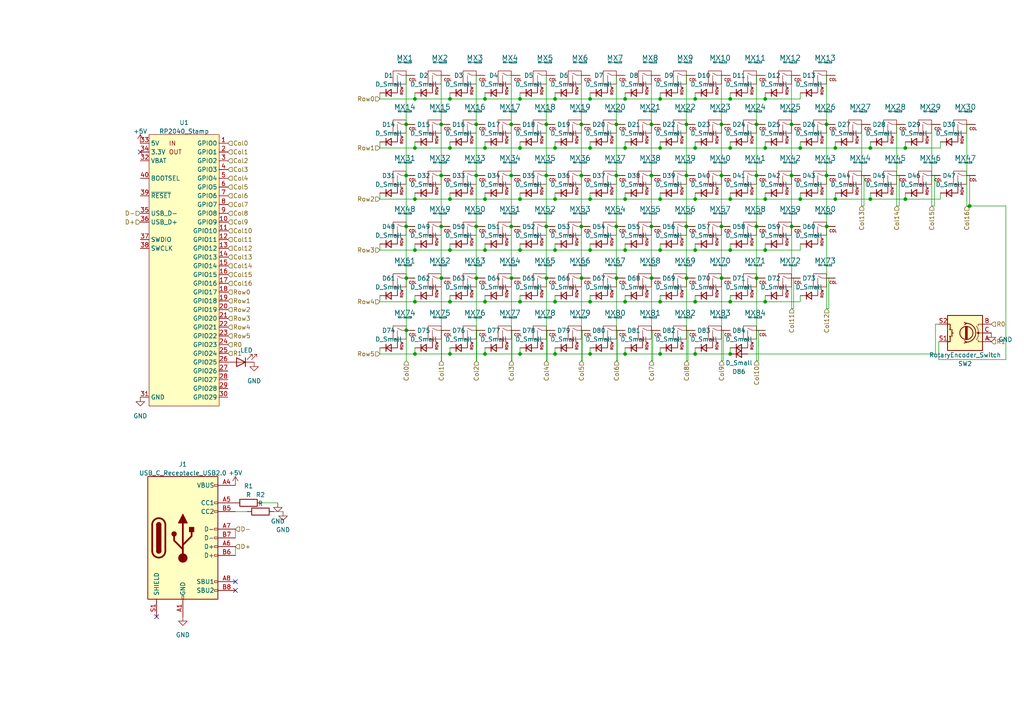
<source format=kicad_sch>
(kicad_sch (version 20230121) (generator eeschema)
  (paper "A4")
  (junction (at 221.9452 28.702))
  (junction (at 219.456 80.6704))
  (junction (at 252.4252 42.926))
  (junction (at 171.1452 42.926))
  (junction (at 229.5652 36.068))
  (junction (at 150.8252 102.6668))
  (junction (at 191.4652 57.7596))
  (junction (at 242.2652 57.7596))
  (junction (at 138.1252 36.068))
  (junction (at 171.1452 28.702))
  (junction (at 120.3452 87.5284))
  (junction (at 199.0852 65.6844))
  (junction (at 160.9852 72.5424))
  (junction (at 130.5052 72.5424))
  (junction (at 221.9452 42.926))
  (junction (at 150.8252 57.7596))
  (junction (at 168.6052 65.6844))
  (junction (at 127.9652 50.9016))
  (junction (at 199.0852 50.9016))
  (junction (at 117.8052 50.9016))
  (junction (at 120.3452 72.5424))
  (junction (at 120.3452 28.702))
  (junction (at 211.7852 102.6668))
  (junction (at 140.6652 57.7596))
  (junction (at 160.9852 42.926))
  (junction (at 221.9452 57.7596))
  (junction (at 209.2452 36.068))
  (junction (at 160.9852 102.6668))
  (junction (at 150.8252 87.5284))
  (junction (at 150.8252 72.5424))
  (junction (at 160.9852 57.7596))
  (junction (at 117.856 95.8088))
  (junction (at 130.5052 42.926))
  (junction (at 130.5052 28.702))
  (junction (at 209.2452 50.9016))
  (junction (at 181.3052 57.7596))
  (junction (at 158.496 80.6704))
  (junction (at 199.0852 36.068))
  (junction (at 130.5052 57.7596))
  (junction (at 281.2288 59.7408))
  (junction (at 178.7652 65.6844))
  (junction (at 138.176 80.6704))
  (junction (at 171.1452 102.6668))
  (junction (at 158.4452 65.6844))
  (junction (at 242.2652 42.926))
  (junction (at 150.8252 28.702))
  (junction (at 148.2852 36.068))
  (junction (at 239.7252 50.9016))
  (junction (at 181.3052 87.5284))
  (junction (at 199.136 80.6704))
  (junction (at 178.7652 36.068))
  (junction (at 120.3452 57.7596))
  (junction (at 201.6252 72.5424))
  (junction (at 171.1452 72.5424))
  (junction (at 138.1252 50.9016))
  (junction (at 252.4252 57.7596))
  (junction (at 221.9452 87.5284))
  (junction (at 201.6252 87.5284))
  (junction (at 181.3052 102.6668))
  (junction (at 209.296 80.6704))
  (junction (at 140.6652 28.702))
  (junction (at 138.1252 65.6844))
  (junction (at 140.6652 102.6668))
  (junction (at 120.3452 102.6668))
  (junction (at 171.1452 57.7596))
  (junction (at 140.6652 42.926))
  (junction (at 191.4652 102.6668))
  (junction (at 232.1052 42.926))
  (junction (at 229.616 65.6844))
  (junction (at 128.016 80.6704))
  (junction (at 117.8052 65.6844))
  (junction (at 201.6252 42.926))
  (junction (at 201.6252 28.702))
  (junction (at 140.6652 72.5424))
  (junction (at 191.4652 72.5424))
  (junction (at 211.7852 42.926))
  (junction (at 201.6252 57.7596))
  (junction (at 181.3052 28.702))
  (junction (at 130.5052 87.5284))
  (junction (at 148.336 80.6704))
  (junction (at 232.1052 57.7596))
  (junction (at 211.7852 72.5424))
  (junction (at 148.2852 65.6844))
  (junction (at 219.4052 36.068))
  (junction (at 229.5652 50.9016))
  (junction (at 178.7652 50.9016))
  (junction (at 181.3052 72.5424))
  (junction (at 188.9252 36.068))
  (junction (at 209.2452 65.6844))
  (junction (at 262.5852 57.7596))
  (junction (at 127.9652 65.6844))
  (junction (at 117.8052 36.068))
  (junction (at 239.776 65.6844))
  (junction (at 188.9252 65.6844))
  (junction (at 178.816 80.6704))
  (junction (at 191.4652 87.5284))
  (junction (at 211.7852 87.5284))
  (junction (at 140.6652 87.5284))
  (junction (at 191.4652 28.702))
  (junction (at 160.9852 28.702))
  (junction (at 191.4652 42.926))
  (junction (at 150.8252 42.926))
  (junction (at 221.9452 72.5424))
  (junction (at 211.7852 57.7596))
  (junction (at 211.7852 28.702))
  (junction (at 158.4452 50.9016))
  (junction (at 181.3052 42.926))
  (junction (at 158.4452 36.068))
  (junction (at 168.6052 50.9016))
  (junction (at 171.1452 87.5284))
  (junction (at 130.5052 102.6668))
  (junction (at 219.4052 65.6844))
  (junction (at 239.7252 36.068))
  (junction (at 168.6052 36.068))
  (junction (at 201.6252 102.6668))
  (junction (at 117.856 80.6704))
  (junction (at 148.2852 50.9016))
  (junction (at 219.4052 50.9016))
  (junction (at 168.656 80.6704))
  (junction (at 188.976 80.6704))
  (junction (at 262.5852 42.926))
  (junction (at 120.3452 42.926))
  (junction (at 127.9652 36.068))
  (junction (at 160.9852 87.5284))
  (junction (at 188.9252 50.9016))
  (no_connect (at 68.2752 171.2468))
  (no_connect (at 68.2752 168.7068))
  (no_connect (at 45.4152 178.8668))
  (no_connect (at 40.6908 44.0944))
  (wire (pts (xy 127.9652 65.6844) (xy 130.5052 65.6844)))
  (wire (pts (xy 221.9452 41.148) (xy 221.9452 42.926)))
  (wire (pts (xy 160.9852 26.924) (xy 160.9852 28.702)))
  (wire (pts (xy 209.2452 50.9016) (xy 209.2452 65.6844)))
  (wire (pts (xy 128.016 80.6704) (xy 128.016 104.648)))
  (wire (pts (xy 209.2452 36.068) (xy 209.2452 50.9016)))
  (wire (pts (xy 160.9852 28.702) (xy 171.1452 28.702)))
  (wire (pts (xy 179.1208 104.648) (xy 179.1208 95.8088)))
  (wire (pts (xy 229.616 65.6844) (xy 229.616 89.5096)))
  (wire (pts (xy 171.1452 85.7504) (xy 171.1452 87.5284)))
  (wire (pts (xy 171.1452 70.7644) (xy 171.1452 72.5424)))
  (wire (pts (xy 252.4252 36.068) (xy 249.936 36.068)))
  (wire (pts (xy 242.2652 42.926) (xy 252.4252 42.926)))
  (wire (pts (xy 127.9652 50.9016) (xy 127.9652 65.6844)))
  (wire (pts (xy 209.2452 65.6844) (xy 211.7852 65.6844)))
  (wire (pts (xy 120.3452 55.9816) (xy 120.3452 57.7596)))
  (wire (pts (xy 181.3052 102.6668) (xy 191.4652 102.6668)))
  (wire (pts (xy 239.7252 36.068) (xy 239.7252 50.9016)))
  (wire (pts (xy 229.5652 50.9016) (xy 229.5652 65.6844)))
  (wire (pts (xy 209.296 80.6704) (xy 209.296 104.648)))
  (wire (pts (xy 160.9852 87.5284) (xy 171.1452 87.5284)))
  (wire (pts (xy 191.4652 70.7644) (xy 191.4652 72.5424)))
  (wire (pts (xy 120.3452 41.148) (xy 120.3452 42.926)))
  (wire (pts (xy 209.2452 21.844) (xy 209.2452 36.068)))
  (wire (pts (xy 128.016 104.648) (xy 128.0668 104.648)))
  (wire (pts (xy 229.616 89.5096) (xy 230.1748 89.5096)))
  (wire (pts (xy 158.496 80.6704) (xy 158.496 104.648)))
  (wire (pts (xy 130.5052 72.5424) (xy 140.6652 72.5424)))
  (wire (pts (xy 191.4652 100.8888) (xy 191.4652 102.6668)))
  (wire (pts (xy 168.6052 65.6844) (xy 171.1452 65.6844)))
  (wire (pts (xy 230.1748 89.5096) (xy 230.1748 80.6704)))
  (wire (pts (xy 138.1252 36.068) (xy 140.6652 36.068)))
  (wire (pts (xy 117.856 104.648) (xy 117.856 95.8088)))
  (wire (pts (xy 219.4052 65.6844) (xy 221.9452 65.6844)))
  (wire (pts (xy 127.9652 36.068) (xy 130.5052 36.068)))
  (wire (pts (xy 199.0852 50.9016) (xy 199.0852 65.6844)))
  (wire (pts (xy 221.9452 42.926) (xy 232.1052 42.926)))
  (wire (pts (xy 158.4452 65.6844) (xy 158.4452 80.6704)))
  (wire (pts (xy 117.856 80.6704) (xy 120.3452 80.6704)))
  (wire (pts (xy 199.0852 21.844) (xy 199.0852 36.068)))
  (wire (pts (xy 252.4252 57.7596) (xy 262.5852 57.7596)))
  (wire (pts (xy 191.4652 85.7504) (xy 191.4652 87.5284)))
  (wire (pts (xy 239.7252 36.068) (xy 242.2652 36.068)))
  (wire (pts (xy 178.7652 50.9016) (xy 181.3052 50.9016)))
  (wire (pts (xy 209.2452 80.6704) (xy 209.296 80.6704)))
  (wire (pts (xy 160.9852 72.5424) (xy 171.1452 72.5424)))
  (wire (pts (xy 120.3452 72.5424) (xy 130.5052 72.5424)))
  (wire (pts (xy 219.4052 50.9016) (xy 221.9452 50.9016)))
  (wire (pts (xy 188.976 104.648) (xy 189.3316 104.648)))
  (wire (pts (xy 201.6252 55.9816) (xy 201.6252 57.7596)))
  (wire (pts (xy 130.5052 100.8888) (xy 130.5052 102.6668)))
  (wire (pts (xy 158.6992 104.648) (xy 158.6992 95.8088)))
  (wire (pts (xy 130.5052 41.148) (xy 130.5052 42.926)))
  (wire (pts (xy 242.2652 57.7596) (xy 252.4252 57.7596)))
  (wire (pts (xy 201.6252 42.926) (xy 211.7852 42.926)))
  (wire (pts (xy 138.176 104.648) (xy 138.2776 104.648)))
  (wire (pts (xy 130.5052 87.5284) (xy 140.6652 87.5284)))
  (wire (pts (xy 188.976 80.6704) (xy 191.4652 80.6704)))
  (wire (pts (xy 130.5052 85.7504) (xy 130.5052 87.5284)))
  (wire (pts (xy 252.4252 42.926) (xy 262.5852 42.926)))
  (wire (pts (xy 148.2852 36.068) (xy 150.8252 36.068)))
  (wire (pts (xy 178.7652 65.6844) (xy 178.7652 80.6704)))
  (wire (pts (xy 229.5652 36.068) (xy 232.1052 36.068)))
  (wire (pts (xy 281.2288 59.7408) (xy 281.2288 50.9016)))
  (wire (pts (xy 127.9652 21.844) (xy 127.9652 36.068)))
  (wire (pts (xy 117.8052 65.6844) (xy 120.3452 65.6844)))
  (wire (pts (xy 127.9652 21.844) (xy 130.5052 21.844)))
  (wire (pts (xy 138.1252 50.9016) (xy 140.6652 50.9016)))
  (wire (pts (xy 201.6252 87.5284) (xy 211.7852 87.5284)))
  (wire (pts (xy 219.456 104.648) (xy 219.964 104.648)))
  (wire (pts (xy 188.976 80.6704) (xy 188.976 104.648)))
  (wire (pts (xy 138.176 80.6704) (xy 138.176 104.648)))
  (wire (pts (xy 140.6652 57.7596) (xy 150.8252 57.7596)))
  (wire (pts (xy 201.6252 85.7504) (xy 201.6252 87.5284)))
  (wire (pts (xy 160.9852 100.8888) (xy 160.9852 102.6668)))
  (wire (pts (xy 110.1852 85.7504) (xy 110.1852 87.5284)))
  (wire (pts (xy 189.3316 95.8088) (xy 191.4652 95.8088)))
  (wire (pts (xy 128.016 80.6704) (xy 127.9652 80.6704)))
  (wire (pts (xy 160.9852 102.6668) (xy 171.1452 102.6668)))
  (wire (pts (xy 239.776 89.5096) (xy 240.3856 89.5096)))
  (wire (pts (xy 199.136 104.648) (xy 199.5424 104.648)))
  (wire (pts (xy 178.816 80.6704) (xy 181.3052 80.6704)))
  (wire (pts (xy 199.0852 80.6704) (xy 199.136 80.6704)))
  (wire (pts (xy 71.7296 148.3868) (xy 68.2752 148.3868)))
  (wire (pts (xy 199.136 80.6704) (xy 199.136 104.648)))
  (wire (pts (xy 138.1252 21.844) (xy 138.1252 36.068)))
  (wire (pts (xy 219.964 95.8088) (xy 221.9452 95.8088)))
  (wire (pts (xy 130.5052 28.702) (xy 140.6652 28.702)))
  (wire (pts (xy 158.4452 36.068) (xy 160.9852 36.068)))
  (wire (pts (xy 240.3856 80.6704) (xy 242.2652 80.6704)))
  (wire (pts (xy 211.7852 100.8888) (xy 211.7852 102.6668)))
  (wire (pts (xy 219.4052 21.844) (xy 221.9452 21.844)))
  (wire (pts (xy 140.6652 41.148) (xy 140.6652 42.926)))
  (wire (pts (xy 188.976 80.6704) (xy 188.9252 80.6704)))
  (wire (pts (xy 232.1052 57.7596) (xy 232.1052 55.9816)))
  (wire (pts (xy 239.7252 50.9016) (xy 239.7252 65.6844)))
  (wire (pts (xy 171.1452 41.148) (xy 171.1452 42.926)))
  (wire (pts (xy 158.496 80.6704) (xy 158.4452 80.6704)))
  (wire (pts (xy 271.018 59.7408) (xy 271.018 50.9016)))
  (wire (pts (xy 160.9852 42.926) (xy 171.1452 42.926)))
  (wire (pts (xy 178.7652 21.844) (xy 178.7652 36.068)))
  (wire (pts (xy 188.9252 65.6844) (xy 191.4652 65.6844)))
  (wire (pts (xy 211.7852 55.9816) (xy 211.7852 57.7596)))
  (wire (pts (xy 221.9452 85.7504) (xy 221.9452 87.5284)))
  (wire (pts (xy 232.1052 42.926) (xy 232.1052 41.148)))
  (wire (pts (xy 179.1208 95.8088) (xy 181.3052 95.8088)))
  (wire (pts (xy 148.2852 50.9016) (xy 150.8252 50.9016)))
  (wire (pts (xy 138.2776 95.8088) (xy 140.6652 95.8088)))
  (wire (pts (xy 168.656 80.6704) (xy 171.1452 80.6704)))
  (wire (pts (xy 189.3316 104.648) (xy 189.3316 95.8088)))
  (wire (pts (xy 250.5964 59.7408) (xy 250.5964 50.9016)))
  (wire (pts (xy 199.5424 104.648) (xy 199.5424 95.8088)))
  (wire (pts (xy 178.816 104.648) (xy 179.1208 104.648)))
  (wire (pts (xy 239.776 65.6844) (xy 239.776 89.5096)))
  (wire (pts (xy 229.616 65.6844) (xy 232.1052 65.6844)))
  (wire (pts (xy 117.856 95.8088) (xy 120.3452 95.8088)))
  (wire (pts (xy 188.9252 50.9016) (xy 191.4652 50.9016)))
  (wire (pts (xy 209.296 80.6704) (xy 211.7852 80.6704)))
  (wire (pts (xy 191.4652 87.5284) (xy 201.6252 87.5284)))
  (wire (pts (xy 229.616 65.6844) (xy 229.5652 65.6844)))
  (wire (pts (xy 260.096 36.068) (xy 262.5852 36.068)))
  (wire (pts (xy 229.5652 50.9016) (xy 232.1052 50.9016)))
  (wire (pts (xy 191.4652 42.926) (xy 201.6252 42.926)))
  (wire (pts (xy 110.1852 102.6668) (xy 120.3452 102.6668)))
  (wire (pts (xy 168.656 80.6704) (xy 168.6052 80.6704)))
  (wire (pts (xy 148.2852 50.9016) (xy 148.2852 65.6844)))
  (wire (pts (xy 249.936 59.7408) (xy 250.5964 59.7408)))
  (wire (pts (xy 130.5052 70.7644) (xy 130.5052 72.5424)))
  (wire (pts (xy 188.9252 36.068) (xy 188.9252 50.9016)))
  (wire (pts (xy 262.5852 41.148) (xy 262.5852 42.926)))
  (wire (pts (xy 158.6992 95.8088) (xy 160.9852 95.8088)))
  (wire (pts (xy 148.4884 104.648) (xy 148.4884 95.8088)))
  (wire (pts (xy 188.9252 21.844) (xy 188.9252 36.068)))
  (wire (pts (xy 171.1452 42.926) (xy 181.3052 42.926)))
  (wire (pts (xy 171.1452 102.6668) (xy 181.3052 102.6668)))
  (wire (pts (xy 211.7852 26.924) (xy 211.7852 28.702)))
  (wire (pts (xy 201.6252 70.7644) (xy 201.6252 72.5424)))
  (wire (pts (xy 271.3228 94.0308) (xy 272.288 94.0308)))
  (wire (pts (xy 219.4052 80.6704) (xy 219.456 80.6704)))
  (wire (pts (xy 201.6252 100.8888) (xy 201.6252 102.6668)))
  (wire (pts (xy 270.256 36.068) (xy 270.256 59.7408)))
  (wire (pts (xy 181.3052 55.9816) (xy 181.3052 57.7596)))
  (wire (pts (xy 158.4452 36.068) (xy 158.4452 50.9016)))
  (wire (pts (xy 148.4884 95.8088) (xy 150.8252 95.8088)))
  (wire (pts (xy 219.4052 36.068) (xy 219.4052 50.9016)))
  (wire (pts (xy 148.2852 65.6844) (xy 148.2852 80.6704)))
  (wire (pts (xy 219.456 80.6704) (xy 219.456 104.648)))
  (wire (pts (xy 260.8072 50.9016) (xy 262.5852 50.9016)))
  (wire (pts (xy 127.9652 50.9016) (xy 130.5052 50.9016)))
  (wire (pts (xy 171.1452 57.7596) (xy 181.3052 57.7596)))
  (wire (pts (xy 110.1852 57.7596) (xy 120.3452 57.7596)))
  (wire (pts (xy 188.9252 36.068) (xy 191.4652 36.068)))
  (wire (pts (xy 178.7652 36.068) (xy 181.3052 36.068)))
  (wire (pts (xy 271.3228 102.6668) (xy 271.3228 94.0308)))
  (wire (pts (xy 168.656 80.6704) (xy 168.656 104.648)))
  (wire (pts (xy 181.3052 28.702) (xy 191.4652 28.702)))
  (wire (pts (xy 120.3452 26.924) (xy 120.3452 28.702)))
  (wire (pts (xy 120.3452 42.926) (xy 130.5052 42.926)))
  (wire (pts (xy 178.816 80.6704) (xy 178.7652 80.6704)))
  (wire (pts (xy 280.416 59.7408) (xy 281.2288 59.7408)))
  (wire (pts (xy 110.1852 28.702) (xy 120.3452 28.702)))
  (wire (pts (xy 191.4652 57.7596) (xy 201.6252 57.7596)))
  (wire (pts (xy 240.3856 89.5096) (xy 240.3856 80.6704)))
  (wire (pts (xy 140.6652 70.7644) (xy 140.6652 72.5424)))
  (wire (pts (xy 181.3052 41.148) (xy 181.3052 42.926)))
  (wire (pts (xy 158.4452 50.9016) (xy 158.4452 65.6844)))
  (wire (pts (xy 148.336 80.6704) (xy 148.336 104.648)))
  (wire (pts (xy 171.1452 87.5284) (xy 181.3052 87.5284)))
  (wire (pts (xy 138.1252 50.9016) (xy 138.1252 65.6844)))
  (wire (pts (xy 168.91 95.8088) (xy 171.1452 95.8088)))
  (wire (pts (xy 128.0668 104.648) (xy 128.0668 95.8088)))
  (wire (pts (xy 199.0852 21.844) (xy 201.6252 21.844)))
  (wire (pts (xy 181.3052 70.7644) (xy 181.3052 72.5424)))
  (wire (pts (xy 216.8652 102.6668) (xy 271.3228 102.6668)))
  (wire (pts (xy 219.4052 21.844) (xy 219.4052 36.068)))
  (wire (pts (xy 181.3052 42.926) (xy 191.4652 42.926)))
  (wire (pts (xy 82.0928 148.3868) (xy 79.3496 148.3868)))
  (wire (pts (xy 280.416 36.068) (xy 282.9052 36.068)))
  (wire (pts (xy 160.9852 70.7644) (xy 160.9852 72.5424)))
  (wire (pts (xy 80.5688 145.8976) (xy 80.5688 145.8468)))
  (wire (pts (xy 252.4252 41.148) (xy 252.4252 42.926)))
  (wire (pts (xy 128.0668 95.8088) (xy 130.5052 95.8088)))
  (wire (pts (xy 140.6652 28.702) (xy 150.8252 28.702)))
  (wire (pts (xy 221.9452 55.9816) (xy 221.9452 57.7596)))
  (wire (pts (xy 272.288 104.2924) (xy 291.7444 104.2924)))
  (wire (pts (xy 178.7652 21.844) (xy 181.3052 21.844)))
  (wire (pts (xy 178.7652 36.068) (xy 178.7652 50.9016)))
  (wire (pts (xy 191.4652 41.148) (xy 191.4652 42.926)))
  (wire (pts (xy 150.8252 70.7644) (xy 150.8252 72.5424)))
  (wire (pts (xy 219.456 80.6704) (xy 221.9452 80.6704)))
  (wire (pts (xy 280.416 36.068) (xy 280.416 59.7408)))
  (wire (pts (xy 117.8052 21.844) (xy 117.8052 36.068)))
  (wire (pts (xy 229.5652 36.068) (xy 229.5652 50.9016)))
  (wire (pts (xy 188.9252 21.844) (xy 191.4652 21.844)))
  (wire (pts (xy 229.5652 21.844) (xy 229.5652 36.068)))
  (wire (pts (xy 168.91 104.648) (xy 168.91 95.8088)))
  (wire (pts (xy 272.288 99.1108) (xy 272.288 104.2924)))
  (wire (pts (xy 201.6252 26.924) (xy 201.6252 28.702)))
  (wire (pts (xy 110.1852 55.9816) (xy 110.1852 57.7596)))
  (wire (pts (xy 148.2852 21.844) (xy 148.2852 36.068)))
  (wire (pts (xy 181.3052 72.5424) (xy 191.4652 72.5424)))
  (wire (pts (xy 239.7252 50.9016) (xy 242.2652 50.9016)))
  (wire (pts (xy 130.5052 26.924) (xy 130.5052 28.702)))
  (wire (pts (xy 178.7652 65.6844) (xy 181.3052 65.6844)))
  (wire (pts (xy 117.8052 50.9016) (xy 120.3452 50.9016)))
  (wire (pts (xy 110.1852 42.926) (xy 120.3452 42.926)))
  (wire (pts (xy 209.2452 36.068) (xy 211.7852 36.068)))
  (wire (pts (xy 229.5652 21.844) (xy 232.1052 21.844)))
  (wire (pts (xy 148.2852 65.6844) (xy 150.8252 65.6844)))
  (wire (pts (xy 271.018 50.9016) (xy 272.7452 50.9016)))
  (wire (pts (xy 281.2288 50.9016) (xy 282.9052 50.9016)))
  (wire (pts (xy 110.1852 41.148) (xy 110.1852 42.926)))
  (wire (pts (xy 150.8252 85.7504) (xy 150.8252 87.5284)))
  (wire (pts (xy 199.5424 95.8088) (xy 201.6252 95.8088)))
  (wire (pts (xy 181.3052 100.8888) (xy 181.3052 102.6668)))
  (wire (pts (xy 209.2452 65.6844) (xy 209.2452 80.6704)))
  (wire (pts (xy 138.176 80.6704) (xy 138.1252 80.6704)))
  (wire (pts (xy 201.6252 57.7596) (xy 211.7852 57.7596)))
  (wire (pts (xy 272.7452 57.7596) (xy 272.7452 55.9816)))
  (wire (pts (xy 140.6652 42.926) (xy 150.8252 42.926)))
  (wire (pts (xy 221.9452 28.702) (xy 232.1052 28.702)))
  (wire (pts (xy 150.8252 100.8888) (xy 150.8252 102.6668)))
  (wire (pts (xy 158.4452 65.6844) (xy 160.9852 65.6844)))
  (wire (pts (xy 150.8252 55.9816) (xy 150.8252 57.7596)))
  (wire (pts (xy 219.4052 36.068) (xy 221.9452 36.068)))
  (wire (pts (xy 219.4052 50.9016) (xy 219.4052 65.6844)))
  (wire (pts (xy 138.1252 21.844) (xy 140.6652 21.844)))
  (wire (pts (xy 120.3452 57.7596) (xy 130.5052 57.7596)))
  (wire (pts (xy 127.9652 65.6844) (xy 127.9652 80.6704)))
  (wire (pts (xy 168.6052 36.068) (xy 171.1452 36.068)))
  (wire (pts (xy 211.7852 57.7596) (xy 221.9452 57.7596)))
  (wire (pts (xy 160.9852 41.148) (xy 160.9852 42.926)))
  (wire (pts (xy 171.1452 28.702) (xy 181.3052 28.702)))
  (wire (pts (xy 130.5052 55.9816) (xy 130.5052 57.7596)))
  (wire (pts (xy 168.6052 21.844) (xy 171.1452 21.844)))
  (wire (pts (xy 168.656 104.648) (xy 168.91 104.648)))
  (wire (pts (xy 211.7852 41.148) (xy 211.7852 42.926)))
  (wire (pts (xy 140.6652 72.5424) (xy 150.8252 72.5424)))
  (wire (pts (xy 199.0852 65.6844) (xy 201.6252 65.6844)))
  (wire (pts (xy 80.5688 145.8468) (xy 75.8952 145.8468)))
  (wire (pts (xy 148.2852 36.068) (xy 148.2852 50.9016)))
  (wire (pts (xy 117.8052 36.068) (xy 120.3452 36.068)))
  (wire (pts (xy 211.7852 72.5424) (xy 221.9452 72.5424)))
  (wire (pts (xy 260.096 36.068) (xy 260.096 59.7408)))
  (wire (pts (xy 168.6052 50.9016) (xy 171.1452 50.9016)))
  (wire (pts (xy 120.3452 21.844) (xy 117.8052 21.844)))
  (wire (pts (xy 117.856 80.6704) (xy 117.856 95.8088)))
  (wire (pts (xy 130.5052 42.926) (xy 140.6652 42.926)))
  (wire (pts (xy 219.964 104.648) (xy 219.964 95.8088)))
  (wire (pts (xy 242.2652 55.9816) (xy 242.2652 57.7596)))
  (wire (pts (xy 150.8252 72.5424) (xy 160.9852 72.5424)))
  (wire (pts (xy 188.9252 50.9016) (xy 188.9252 65.6844)))
  (wire (pts (xy 158.4452 21.844) (xy 158.4452 36.068)))
  (wire (pts (xy 120.3452 28.702) (xy 130.5052 28.702)))
  (wire (pts (xy 150.8252 41.148) (xy 150.8252 42.926)))
  (wire (pts (xy 128.016 80.6704) (xy 130.5052 80.6704)))
  (wire (pts (xy 262.5852 42.926) (xy 272.7452 42.926)))
  (wire (pts (xy 110.1852 72.5424) (xy 120.3452 72.5424)))
  (wire (pts (xy 138.1252 65.6844) (xy 140.6652 65.6844)))
  (wire (pts (xy 140.6652 102.6668) (xy 150.8252 102.6668)))
  (wire (pts (xy 239.776 65.6844) (xy 242.2652 65.6844)))
  (wire (pts (xy 168.6052 36.068) (xy 168.6052 50.9016)))
  (wire (pts (xy 120.3452 85.7504) (xy 120.3452 87.5284)))
  (wire (pts (xy 140.6652 26.924) (xy 140.6652 28.702)))
  (wire (pts (xy 160.9852 55.9816) (xy 160.9852 57.7596)))
  (wire (pts (xy 232.1052 42.926) (xy 242.2652 42.926)))
  (wire (pts (xy 232.1052 28.702) (xy 232.1052 26.924)))
  (wire (pts (xy 171.1452 72.5424) (xy 181.3052 72.5424)))
  (wire (pts (xy 199.0852 36.068) (xy 199.0852 50.9016)))
  (wire (pts (xy 230.1748 80.6704) (xy 232.1052 80.6704)))
  (wire (pts (xy 239.776 65.6844) (xy 239.7252 65.6844)))
  (wire (pts (xy 168.6052 50.9016) (xy 168.6052 65.6844)))
  (wire (pts (xy 272.7452 42.926) (xy 272.7452 41.148)))
  (wire (pts (xy 110.1852 70.7644) (xy 110.1852 72.5424)))
  (wire (pts (xy 138.176 80.6704) (xy 140.6652 80.6704)))
  (wire (pts (xy 117.8052 65.6844) (xy 117.8052 80.6704)))
  (wire (pts (xy 158.4452 21.844) (xy 160.9852 21.844)))
  (wire (pts (xy 201.6252 102.6668) (xy 211.7852 102.6668)))
  (wire (pts (xy 209.2452 50.9016) (xy 211.7852 50.9016)))
  (wire (pts (xy 130.5052 57.7596) (xy 140.6652 57.7596)))
  (wire (pts (xy 211.7852 70.7644) (xy 211.7852 72.5424)))
  (wire (pts (xy 138.1252 36.068) (xy 138.1252 50.9016)))
  (wire (pts (xy 191.4652 102.6668) (xy 201.6252 102.6668)))
  (wire (pts (xy 140.6652 85.7504) (xy 140.6652 87.5284)))
  (wire (pts (xy 68.2752 153.4668) (xy 68.2752 156.0068)))
  (wire (pts (xy 150.8252 102.6668) (xy 160.9852 102.6668)))
  (wire (pts (xy 232.1052 72.5424) (xy 232.1052 70.7644)))
  (wire (pts (xy 260.096 59.7408) (xy 260.8072 59.7408)))
  (wire (pts (xy 140.6652 87.5284) (xy 150.8252 87.5284)))
  (wire (pts (xy 140.6652 100.8888) (xy 140.6652 102.6668)))
  (wire (pts (xy 171.1452 100.8888) (xy 171.1452 102.6668)))
  (wire (pts (xy 181.3052 57.7596) (xy 191.4652 57.7596)))
  (wire (pts (xy 117.856 80.6704) (xy 117.8052 80.6704)))
  (wire (pts (xy 209.7532 104.648) (xy 209.7532 95.8088)))
  (wire (pts (xy 178.816 80.6704) (xy 178.816 104.648)))
  (wire (pts (xy 138.2776 104.648) (xy 138.2776 95.8088)))
  (wire (pts (xy 110.1852 100.8888) (xy 110.1852 102.6668)))
  (wire (pts (xy 120.3452 100.8888) (xy 120.3452 102.6668)))
  (wire (pts (xy 110.1852 87.5284) (xy 120.3452 87.5284)))
  (wire (pts (xy 150.8252 28.702) (xy 160.9852 28.702)))
  (wire (pts (xy 150.8252 57.7596) (xy 160.9852 57.7596)))
  (wire (pts (xy 117.8052 36.068) (xy 117.8052 50.9016)))
  (wire (pts (xy 188.9252 65.6844) (xy 188.9252 80.6704)))
  (wire (pts (xy 148.336 80.6704) (xy 150.8252 80.6704)))
  (wire (pts (xy 199.136 80.6704) (xy 201.6252 80.6704)))
  (wire (pts (xy 209.2452 21.844) (xy 211.7852 21.844)))
  (wire (pts (xy 148.336 80.6704) (xy 148.2852 80.6704)))
  (wire (pts (xy 150.8252 87.5284) (xy 160.9852 87.5284)))
  (wire (pts (xy 148.2852 21.844) (xy 150.8252 21.844)))
  (wire (pts (xy 178.7652 50.9016) (xy 178.7652 65.6844)))
  (wire (pts (xy 160.9852 85.7504) (xy 160.9852 87.5284)))
  (wire (pts (xy 262.5852 57.7596) (xy 272.7452 57.7596)))
  (wire (pts (xy 221.9452 57.7596) (xy 232.1052 57.7596)))
  (wire (pts (xy 158.496 104.648) (xy 158.6992 104.648)))
  (wire (pts (xy 127.9652 36.068) (xy 127.9652 50.9016)))
  (wire (pts (xy 252.4252 55.9816) (xy 252.4252 57.7596)))
  (wire (pts (xy 191.4652 28.702) (xy 201.6252 28.702)))
  (wire (pts (xy 262.5852 55.9816) (xy 262.5852 57.7596)))
  (wire (pts (xy 281.2288 59.7408) (xy 291.7444 59.7408)))
  (wire (pts (xy 260.8072 59.7408) (xy 260.8072 50.9016)))
  (wire (pts (xy 158.496 80.6704) (xy 160.9852 80.6704)))
  (wire (pts (xy 181.3052 26.924) (xy 181.3052 28.702)))
  (wire (pts (xy 211.7852 28.702) (xy 221.9452 28.702)))
  (wire (pts (xy 221.9452 70.7644) (xy 221.9452 72.5424)))
  (wire (pts (xy 209.296 104.648) (xy 209.7532 104.648)))
  (wire (pts (xy 181.3052 85.7504) (xy 181.3052 87.5284)))
  (wire (pts (xy 168.6052 65.6844) (xy 168.6052 80.6704)))
  (wire (pts (xy 201.6252 72.5424) (xy 211.7852 72.5424)))
  (wire (pts (xy 150.8252 26.924) (xy 150.8252 28.702)))
  (wire (pts (xy 199.0852 36.068) (xy 201.6252 36.068)))
  (wire (pts (xy 201.6252 28.702) (xy 211.7852 28.702)))
  (wire (pts (xy 232.1052 57.7596) (xy 242.2652 57.7596)))
  (wire (pts (xy 221.9452 87.5284) (xy 232.1052 87.5284)))
  (wire (pts (xy 191.4652 26.924) (xy 191.4652 28.702)))
  (wire (pts (xy 270.256 36.068) (xy 272.7452 36.068)))
  (wire (pts (xy 249.936 36.068) (xy 249.936 59.7408)))
  (wire (pts (xy 68.2752 158.5468) (xy 68.2752 161.0868)))
  (wire (pts (xy 211.7852 87.5284) (xy 221.9452 87.5284)))
  (wire (pts (xy 239.7252 21.844) (xy 242.2652 21.844)))
  (wire (pts (xy 201.6252 41.148) (xy 201.6252 42.926)))
  (wire (pts (xy 211.7852 42.926) (xy 221.9452 42.926)))
  (wire (pts (xy 181.3052 87.5284) (xy 191.4652 87.5284)))
  (wire (pts (xy 221.9452 26.924) (xy 221.9452 28.702)))
  (wire (pts (xy 211.7852 85.7504) (xy 211.7852 87.5284)))
  (wire (pts (xy 221.9452 72.5424) (xy 232.1052 72.5424)))
  (wire (pts (xy 242.2652 41.148) (xy 242.2652 42.926)))
  (wire (pts (xy 219.4052 65.6844) (xy 219.4052 80.6704)))
  (wire (pts (xy 160.9852 57.7596) (xy 171.1452 57.7596)))
  (wire (pts (xy 130.5052 102.6668) (xy 140.6652 102.6668)))
  (wire (pts (xy 191.4652 55.9816) (xy 191.4652 57.7596)))
  (wire (pts (xy 120.3452 70.7644) (xy 120.3452 72.5424)))
  (wire (pts (xy 140.6652 55.9816) (xy 140.6652 57.7596)))
  (wire (pts (xy 199.0852 50.9016) (xy 201.6252 50.9016)))
  (wire (pts (xy 138.1252 65.6844) (xy 138.1252 80.6704)))
  (wire (pts (xy 171.1452 55.9816) (xy 171.1452 57.7596)))
  (wire (pts (xy 120.3452 102.6668) (xy 130.5052 102.6668)))
  (wire (pts (xy 232.1052 87.5284) (xy 232.1052 85.7504)))
  (wire (pts (xy 150.8252 42.926) (xy 160.9852 42.926)))
  (wire (pts (xy 239.7252 21.844) (xy 239.7252 36.068)))
  (wire (pts (xy 117.8052 50.9016) (xy 117.8052 65.6844)))
  (wire (pts (xy 209.7532 95.8088) (xy 211.7852 95.8088)))
  (wire (pts (xy 291.7444 104.2924) (xy 291.7444 59.7408)))
  (wire (pts (xy 120.3452 87.5284) (xy 130.5052 87.5284)))
  (wire (pts (xy 158.4452 50.9016) (xy 160.9852 50.9016)))
  (wire (pts (xy 199.0852 65.6844) (xy 199.0852 80.6704)))
  (wire (pts (xy 110.1852 26.924) (xy 110.1852 28.702)))
  (wire (pts (xy 148.336 104.648) (xy 148.4884 104.648)))
  (wire (pts (xy 250.5964 50.9016) (xy 252.4252 50.9016)))
  (wire (pts (xy 171.1452 26.924) (xy 171.1452 28.702)))
  (wire (pts (xy 191.4652 72.5424) (xy 201.6252 72.5424)))
  (wire (pts (xy 270.256 59.7408) (xy 271.018 59.7408)))
  (wire (pts (xy 168.6052 21.844) (xy 168.6052 36.068)))
  (hierarchical_label "Col15" (shape input) (at 66.0908 79.6544 0))
  (hierarchical_label "Col8" (shape input) (at 66.0908 61.8744 0))
  (hierarchical_label "Row4" (shape input) (at 110.1852 87.5284 180))
  (hierarchical_label "Col4" (shape input) (at 66.0908 51.7144 0))
  (hierarchical_label "Col13" (shape input) (at 66.0908 74.5744 0))
  (hierarchical_label "Col10" (shape input) (at 66.0908 66.9544 0))
  (hierarchical_label "Col4" (shape input) (at 158.496 104.648 270))
  (hierarchical_label "Col8" (shape input) (at 199.136 104.648 270))
  (hierarchical_label "Col12" (shape input) (at 66.0908 72.0344 0))
  (hierarchical_label "Col12" (shape input) (at 239.776 89.5096 270))
  (hierarchical_label "Col1" (shape input) (at 128.016 104.648 270))
  (hierarchical_label "Col16" (shape input) (at 280.416 59.7408 270))
  (hierarchical_label "Row5" (shape input) (at 110.1852 102.6668 180))
  (hierarchical_label "Col3" (shape input) (at 148.336 104.648 270))
  (hierarchical_label "Col10" (shape input) (at 219.456 104.648 270))
  (hierarchical_label "Col16" (shape input) (at 66.0908 82.1944 0))
  (hierarchical_label "Row5" (shape input) (at 66.0908 97.4344 0))
  (hierarchical_label "Col9" (shape input) (at 66.0908 64.4144 0))
  (hierarchical_label "R1" (shape input) (at 66.0908 102.5144 0))
  (hierarchical_label "Row4" (shape input) (at 66.0908 94.8944 0))
  (hierarchical_label "Col5" (shape input) (at 66.0908 54.2544 0))
  (hierarchical_label "Row1" (shape input) (at 66.0908 87.2744 0))
  (hierarchical_label "Col14" (shape input) (at 66.0908 77.1144 0))
  (hierarchical_label "Col11" (shape input) (at 229.616 89.5096 270))
  (hierarchical_label "Col1" (shape input) (at 66.0908 44.0944 0))
  (hierarchical_label "Col7" (shape input) (at 66.0908 59.3344 0))
  (hierarchical_label "Col15" (shape input) (at 270.256 59.7408 270))
  (hierarchical_label "Col13" (shape input) (at 249.936 59.7408 270))
  (hierarchical_label "D-" (shape input) (at 68.2752 153.4668 0))
  (hierarchical_label "Col9" (shape input) (at 209.296 104.648 270))
  (hierarchical_label "Col0" (shape input) (at 66.0908 41.5544 0))
  (hierarchical_label "Row0" (shape input) (at 66.0908 84.7344 0))
  (hierarchical_label "D+" (shape input) (at 40.6908 64.4144 180))
  (hierarchical_label "Row3" (shape input) (at 110.1852 72.5424 180))
  (hierarchical_label "Col11" (shape input) (at 66.0908 69.4944 0))
  (hierarchical_label "Col5" (shape input) (at 168.656 104.648 270))
  (hierarchical_label "Row3" (shape input) (at 66.0908 92.3544 0))
  (hierarchical_label "Col7" (shape input) (at 188.976 104.648 270))
  (hierarchical_label "R0" (shape input) (at 287.528 94.0308 0))
  (hierarchical_label "Col6" (shape input) (at 178.816 104.648 270))
  (hierarchical_label "D-" (shape input) (at 40.6908 61.8744 180))
  (hierarchical_label "Row1" (shape input) (at 110.1852 42.926 180))
  (hierarchical_label "Row0" (shape input) (at 110.1852 28.702 180))
  (hierarchical_label "Col2" (shape input) (at 138.176 104.648 270))
  (hierarchical_label "R0" (shape input) (at 66.0908 99.9744 0))
  (hierarchical_label "R1" (shape input) (at 287.528 99.1108 0))
  (hierarchical_label "Row2" (shape input) (at 66.0908 89.8144 0))
  (hierarchical_label "Col6" (shape input) (at 66.0908 56.7944 0))
  (hierarchical_label "Col2" (shape input) (at 66.0908 46.6344 0))
  (hierarchical_label "D+" (shape input) (at 68.2752 158.5468 0))
  (hierarchical_label "Col0" (shape input) (at 117.856 104.648 270))
  (hierarchical_label "Row2" (shape input) (at 110.1852 57.7596 180))
  (hierarchical_label "Col3" (shape input) (at 66.0908 49.1744 0))
  (hierarchical_label "Col14" (shape input) (at 260.096 59.7408 270))
  (symbol (lib_id "MX_Alps_Hybrid:MX-NoLED") (at 116.5352 97.0788 0) (unit 1)
    (property "Reference" "MX74" (at 117.4184 90.7796 0) (effects (font (size 1.524 1.524))))
    (property "Value" "MX-NoLED" (at 117.4184 92.0496 0) (effects (font (size 0.508 0.508))))
    (property "Footprint" "MX_Hotswap:MX-Hotswap-1.25U" (effects hide))
  )
  (symbol (lib_id "Device:D_Small") (at 224.4852 55.9816 0) (unit 1)
    (property "Reference" "D42" (at 224.4852 50.9524 0))
    (property "Value" "D_Small" (at 224.4852 53.4924 0))
    (property "Footprint" "Keebio:Diode" (effects hide))
    (property "Sim.Device" "D" (effects hide))
    (property "Sim.Pins" "1=K 2=A" (effects hide))
  )
  (symbol (lib_id "Device:D_Small") (at 143.2052 41.148 0) (unit 1)
    (property "Reference" "D17" (at 143.2052 36.1188 0))
    (property "Value" "D_Small" (at 143.2052 38.6588 0))
    (property "Footprint" "Keebio:Diode" (effects hide))
    (property "Sim.Device" "D" (effects hide))
    (property "Sim.Pins" "1=K 2=A" (effects hide))
  )
  (symbol (lib_id "Device:D_Small") (at 244.8052 41.148 0) (unit 1)
    (property "Reference" "D27" (at 244.8052 36.1188 0))
    (property "Value" "D_Small" (at 244.8052 38.6588 0))
    (property "Footprint" "Keebio:Diode" (effects hide))
    (property "Sim.Device" "D" (effects hide))
    (property "Sim.Pins" "1=K 2=A" (effects hide))
  )
  (symbol (lib_id "MX_Alps_Hybrid:MX-NoLED") (at 187.6552 37.338 0) (unit 1)
    (property "Reference" "MX21" (at 188.5384 31.0388 0) (effects (font (size 1.524 1.524))))
    (property "Value" "MX-NoLED" (at 188.5384 32.3088 0) (effects (font (size 0.508 0.508))))
    (property "Footprint" "MX_Hotswap:MX-Hotswap-1U" (effects hide))
  )
  (symbol (lib_id "MX_Alps_Hybrid:MX-NoLED") (at 218.1352 97.0788 0) (unit 1)
    (property "Reference" "MX84" (at 219.0184 90.7796 0) (effects (font (size 1.524 1.524))))
    (property "Value" "MX-NoLED" (at 219.0184 92.0496 0) (effects (font (size 0.508 0.508))))
    (property "Footprint" "MX_Hotswap:MX-Hotswap-1U" (effects hide))
  )
  (symbol (lib_id "Device:RotaryEncoder_Switch") (at 279.908 96.5708 180) (unit 1)
    (property "Reference" "SW2" (at 279.908 105.5116 0))
    (property "Value" "RotaryEncoder_Switch" (at 279.908 102.9716 0))
    (property "Footprint" "Keebio:RotaryEncoder_Alps_EC11E-Switch_Vertical_H20mm" (effects hide))
  )
  (symbol (lib_id "Device:D_Small") (at 183.8452 55.9816 0) (unit 1)
    (property "Reference" "D38" (at 183.8452 50.9524 0))
    (property "Value" "D_Small" (at 183.8452 53.4924 0))
    (property "Footprint" "Keebio:Diode" (effects hide))
    (property "Sim.Device" "D" (effects hide))
    (property "Sim.Pins" "1=K 2=A" (effects hide))
  )
  (symbol (lib_id "Device:D_Small") (at 122.8852 26.924 0) (unit 1)
    (property "Reference" "D2" (at 122.8852 21.8948 0))
    (property "Value" "D_Small" (at 122.8852 24.4348 0))
    (property "Footprint" "Keebio:Diode" (effects hide))
    (property "Sim.Device" "D" (effects hide))
    (property "Sim.Pins" "1=K 2=A" (effects hide))
  )
  (symbol (lib_id "MX_Alps_Hybrid:MX-NoLED") (at 228.2952 66.9544 0) (unit 1)
    (property "Reference" "MX59" (at 229.1784 60.6552 0) (effects (font (size 1.524 1.524))))
    (property "Value" "MX-NoLED" (at 229.1784 61.9252 0) (effects (font (size 0.508 0.508))))
    (property "Footprint" "MX_Hotswap:MX-Hotswap-1U" (effects hide))
  )
  (symbol (lib_id "Device:D_Small") (at 224.4852 41.148 0) (unit 1)
    (property "Reference" "D25" (at 224.4852 36.1188 0))
    (property "Value" "D_Small" (at 224.4852 38.6588 0))
    (property "Footprint" "Keebio:Diode" (effects hide))
    (property "Sim.Device" "D" (effects hide))
    (property "Sim.Pins" "1=K 2=A" (effects hide))
  )
  (symbol (lib_id "power:GND") (at 82.0928 148.3868 0) (unit 1)
    (property "Reference" "#PWR05" (effects hide))
    (property "Value" "GND" (at 82.0928 153.67 0))
  )
  (symbol (lib_id "Device:D_Small") (at 194.0052 55.9816 0) (unit 1)
    (property "Reference" "D39" (at 194.0052 50.9524 0))
    (property "Value" "D_Small" (at 194.0052 53.4924 0))
    (property "Footprint" "Keebio:Diode" (effects hide))
    (property "Sim.Device" "D" (effects hide))
    (property "Sim.Pins" "1=K 2=A" (effects hide))
  )
  (symbol (lib_id "Device:D_Small") (at 143.2052 55.9816 0) (unit 1)
    (property "Reference" "D34" (at 143.2052 50.9524 0))
    (property "Value" "D_Small" (at 143.2052 53.4924 0))
    (property "Footprint" "Keebio:Diode" (effects hide))
    (property "Sim.Device" "D" (effects hide))
    (property "Sim.Pins" "1=K 2=A" (effects hide))
  )
  (symbol (lib_id "MX_Alps_Hybrid:MX-NoLED") (at 218.1352 37.338 0) (unit 1)
    (property "Reference" "MX24" (at 219.0184 31.0388 0) (effects (font (size 1.524 1.524))))
    (property "Value" "MX-NoLED" (at 219.0184 32.3088 0) (effects (font (size 0.508 0.508))))
    (property "Footprint" "MX_Hotswap:MX-Hotswap-1U" (effects hide))
  )
  (symbol (lib_id "MX_Alps_Hybrid:MX-NoLED") (at 258.7752 52.1716 0) (unit 1)
    (property "Reference" "MX45" (at 259.6584 45.8724 0) (effects (font (size 1.524 1.524))))
    (property "Value" "MX-NoLED" (at 259.6584 47.1424 0) (effects (font (size 0.508 0.508))))
    (property "Footprint" "MX_Hotswap:MX-Hotswap-1U" (effects hide))
  )
  (symbol (lib_id "MX_Alps_Hybrid:MX-NoLED") (at 157.1752 97.0788 0) (unit 1)
    (property "Reference" "MX78" (at 158.0584 90.7796 0) (effects (font (size 1.524 1.524))))
    (property "Value" "MX-NoLED" (at 158.0584 92.0496 0) (effects (font (size 0.508 0.508))))
    (property "Footprint" "MX_Hotswap:MX-Hotswap-1.25U" (effects hide))
  )
  (symbol (lib_id "MX_Alps_Hybrid:MX-NoLED") (at 248.6152 52.1716 0) (unit 1)
    (property "Reference" "MX44" (at 249.4984 45.8724 0) (effects (font (size 1.524 1.524))))
    (property "Value" "MX-NoLED" (at 249.4984 47.1424 0) (effects (font (size 0.508 0.508))))
    (property "Footprint" "MX_Hotswap:MX-Hotswap-1.5U" (effects hide))
  )
  (symbol (lib_id "MX_Alps_Hybrid:MX-NoLED") (at 197.8152 97.0788 0) (unit 1)
    (property "Reference" "MX82" (at 198.6984 90.7796 0) (effects (font (size 1.524 1.524))))
    (property "Value" "MX-NoLED" (at 198.6984 92.0496 0) (effects (font (size 0.508 0.508))))
    (property "Footprint" "MX_Hotswap:MX-Hotswap-1U" (effects hide))
  )
  (symbol (lib_id "Device:D_Small") (at 275.2852 41.148 0) (unit 1)
    (property "Reference" "D30" (at 275.2852 36.1188 0))
    (property "Value" "D_Small" (at 275.2852 38.6588 0))
    (property "Footprint" "Keebio:Diode" (effects hide))
    (property "Sim.Device" "D" (effects hide))
    (property "Sim.Pins" "1=K 2=A" (effects hide))
  )
  (symbol (lib_id "MX_Alps_Hybrid:MX-NoLED") (at 218.1352 66.9544 0) (unit 1)
    (property "Reference" "MX58" (at 219.0184 60.6552 0) (effects (font (size 1.524 1.524))))
    (property "Value" "MX-NoLED" (at 219.0184 61.9252 0) (effects (font (size 0.508 0.508))))
    (property "Footprint" "MX_Hotswap:MX-Hotswap-1U" (effects hide))
  )
  (symbol (lib_id "Device:D_Small") (at 214.3252 55.9816 0) (unit 1)
    (property "Reference" "D41" (at 214.3252 50.9524 0))
    (property "Value" "D_Small" (at 214.3252 53.4924 0))
    (property "Footprint" "Keebio:Diode" (effects hide))
    (property "Sim.Device" "D" (effects hide))
    (property "Sim.Pins" "1=K 2=A" (effects hide))
  )
  (symbol (lib_id "MX_Alps_Hybrid:MX-NoLED") (at 238.4552 37.338 0) (unit 1)
    (property "Reference" "MX26" (at 239.3384 31.0388 0) (effects (font (size 1.524 1.524))))
    (property "Value" "MX-NoLED" (at 239.3384 32.3088 0) (effects (font (size 0.508 0.508))))
    (property "Footprint" "MX_Hotswap:MX-Hotswap-1U" (effects hide))
  )
  (symbol (lib_id "Device:D_Small") (at 153.3652 100.8888 0) (unit 1)
    (property "Reference" "D78" (at 153.3652 95.8596 0))
    (property "Value" "D_Small" (at 153.3652 98.3996 0))
    (property "Footprint" "Keebio:Diode" (effects hide))
    (property "Sim.Device" "D" (effects hide))
    (property "Sim.Pins" "1=K 2=A" (effects hide))
  )
  (symbol (lib_id "Device:D_Small") (at 153.3652 26.924 0) (unit 1)
    (property "Reference" "D5" (at 153.3652 21.8948 0))
    (property "Value" "D_Small" (at 153.3652 24.4348 0))
    (property "Footprint" "Keebio:Diode" (effects hide))
    (property "Sim.Device" "D" (effects hide))
    (property "Sim.Pins" "1=K 2=A" (effects hide))
  )
  (symbol (lib_id "MX_Alps_Hybrid:MX-NoLED") (at 116.5352 23.114 0) (unit 1)
    (property "Reference" "MX1" (at 117.4184 16.8148 0) (effects (font (size 1.524 1.524))))
    (property "Value" "MX-NoLED" (at 117.4184 18.0848 0) (effects (font (size 0.508 0.508))))
    (property "Footprint" "MX_Hotswap:MX-Hotswap-1U" (effects hide))
  )
  (symbol (lib_id "MX_Alps_Hybrid:MX-NoLED") (at 167.3352 37.338 0) (unit 1)
    (property "Reference" "MX19" (at 168.2184 31.0388 0) (effects (font (size 1.524 1.524))))
    (property "Value" "MX-NoLED" (at 168.2184 32.3088 0) (effects (font (size 0.508 0.508))))
    (property "Footprint" "MX_Hotswap:MX-Hotswap-1U" (effects hide))
  )
  (symbol (lib_id "Device:D_Small") (at 112.7252 100.8888 0) (unit 1)
    (property "Reference" "D74" (at 112.7252 95.8596 0))
    (property "Value" "D_Small" (at 112.7252 98.3996 0))
    (property "Footprint" "Keebio:Diode" (effects hide))
    (property "Sim.Device" "D" (effects hide))
    (property "Sim.Pins" "1=K 2=A" (effects hide))
  )
  (symbol (lib_id "Device:D_Small") (at 153.3652 85.7504 0) (unit 1)
    (property "Reference" "D65" (at 153.3652 80.7212 0))
    (property "Value" "D_Small" (at 153.3652 83.2612 0))
    (property "Footprint" "Keebio:Diode" (effects hide))
    (property "Sim.Device" "D" (effects hide))
    (property "Sim.Pins" "1=K 2=A" (effects hide))
  )
  (symbol (lib_id "Device:D_Small") (at 265.1252 55.9816 0) (unit 1)
    (property "Reference" "D46" (at 265.1252 50.9524 0))
    (property "Value" "D_Small" (at 265.1252 53.4924 0))
    (property "Footprint" "Keebio:Diode" (effects hide))
    (property "Sim.Device" "D" (effects hide))
    (property "Sim.Pins" "1=K 2=A" (effects hide))
  )
  (symbol (lib_id "MX_Alps_Hybrid:MX-NoLED") (at 147.0152 97.0788 0) (unit 1)
    (property "Reference" "MX77" (at 147.8984 90.7796 0) (effects (font (size 1.524 1.524))))
    (property "Value" "MX-NoLED" (at 147.8984 92.0496 0) (effects (font (size 0.508 0.508))))
    (property "Footprint" "MX_Hotswap:MX-Hotswap-6.25U" (effects hide))
  )
  (symbol (lib_id "Device:D_Small") (at 183.8452 100.8888 0) (unit 1)
    (property "Reference" "D81" (at 183.8452 95.8596 0))
    (property "Value" "D_Small" (at 183.8452 98.3996 0))
    (property "Footprint" "Keebio:Diode" (effects hide))
    (property "Sim.Device" "D" (effects hide))
    (property "Sim.Pins" "1=K 2=A" (effects hide))
  )
  (symbol (lib_id "Device:D_Small") (at 234.6452 26.924 0) (unit 1)
    (property "Reference" "D13" (at 234.6452 21.8948 0))
    (property "Value" "D_Small" (at 234.6452 24.4348 0))
    (property "Footprint" "Keebio:Diode" (effects hide))
    (property "Sim.Device" "D" (effects hide))
    (property "Sim.Pins" "1=K 2=A" (effects hide))
  )
  (symbol (lib_id "Device:D_Small") (at 122.8852 41.148 0) (unit 1)
    (property "Reference" "D15" (at 122.8852 36.1188 0))
    (property "Value" "D_Small" (at 122.8852 38.6588 0))
    (property "Footprint" "Keebio:Diode" (effects hide))
    (property "Sim.Device" "D" (effects hide))
    (property "Sim.Pins" "1=K 2=A" (effects hide))
  )
  (symbol (lib_id "Device:D_Small") (at 254.9652 55.9816 0) (unit 1)
    (property "Reference" "D45" (at 254.9652 50.9524 0))
    (property "Value" "D_Small" (at 254.9652 53.4924 0))
    (property "Footprint" "Keebio:Diode" (effects hide))
    (property "Sim.Device" "D" (effects hide))
    (property "Sim.Pins" "1=K 2=A" (effects hide))
  )
  (symbol (lib_id "Device:D_Small") (at 204.1652 85.7504 0) (unit 1)
    (property "Reference" "D70" (at 204.1652 80.7212 0))
    (property "Value" "D_Small" (at 204.1652 83.2612 0))
    (property "Footprint" "Keebio:Diode" (effects hide))
    (property "Sim.Device" "D" (effects hide))
    (property "Sim.Pins" "1=K 2=A" (effects hide))
  )
  (symbol (lib_id "Device:D_Small") (at 194.0052 41.148 0) (unit 1)
    (property "Reference" "D22" (at 194.0052 36.1188 0))
    (property "Value" "D_Small" (at 194.0052 38.6588 0))
    (property "Footprint" "Keebio:Diode" (effects hide))
    (property "Sim.Device" "D" (effects hide))
    (property "Sim.Pins" "1=K 2=A" (effects hide))
  )
  (symbol (lib_id "MX_Alps_Hybrid:MX-NoLED") (at 187.6552 97.0788 0) (unit 1)
    (property "Reference" "MX81" (at 188.5384 90.7796 0) (effects (font (size 1.524 1.524))))
    (property "Value" "MX-NoLED" (at 188.5384 92.0496 0) (effects (font (size 0.508 0.508))))
    (property "Footprint" "MX_Hotswap:MX-Hotswap-1.25U" (effects hide))
  )
  (symbol (lib_id "MX_Alps_Hybrid:MX-NoLED") (at 197.8152 52.1716 0) (unit 1)
    (property "Reference" "MX39" (at 198.6984 45.8724 0) (effects (font (size 1.524 1.524))))
    (property "Value" "MX-NoLED" (at 198.6984 47.1424 0) (effects (font (size 0.508 0.508))))
    (property "Footprint" "MX_Hotswap:MX-Hotswap-1U" (effects hide))
  )
  (symbol (lib_id "Device:D_Small") (at 153.3652 70.7644 0) (unit 1)
    (property "Reference" "D52" (at 153.3652 65.7352 0))
    (property "Value" "D_Small" (at 153.3652 68.2752 0))
    (property "Footprint" "Keebio:Diode" (effects hide))
    (property "Sim.Device" "D" (effects hide))
    (property "Sim.Pins" "1=K 2=A" (effects hide))
  )
  (symbol (lib_id "MX_Alps_Hybrid:MX-NoLED") (at 167.3352 66.9544 0) (unit 1)
    (property "Reference" "MX53" (at 168.2184 60.6552 0) (effects (font (size 1.524 1.524))))
    (property "Value" "MX-NoLED" (at 168.2184 61.9252 0) (effects (font (size 0.508 0.508))))
    (property "Footprint" "MX_Hotswap:MX-Hotswap-1U" (effects hide))
  )
  (symbol (lib_id "Device:D_Small") (at 194.0052 70.7644 0) (unit 1)
    (property "Reference" "D56" (at 194.0052 65.7352 0))
    (property "Value" "D_Small" (at 194.0052 68.2752 0))
    (property "Footprint" "Keebio:Diode" (effects hide))
    (property "Sim.Device" "D" (effects hide))
    (property "Sim.Pins" "1=K 2=A" (effects hide))
  )
  (symbol (lib_id "Device:D_Small") (at 224.4852 26.924 0) (unit 1)
    (property "Reference" "D12" (at 224.4852 21.8948 0))
    (property "Value" "D_Small" (at 224.4852 24.4348 0))
    (property "Footprint" "Keebio:Diode" (effects hide))
    (property "Sim.Device" "D" (effects hide))
    (property "Sim.Pins" "1=K 2=A" (effects hide))
  )
  (symbol (lib_id "MX_Alps_Hybrid:MX-NoLED") (at 228.2952 81.9404 0) (unit 1)
    (property "Reference" "MX72" (at 229.1784 75.6412 0) (effects (font (size 1.524 1.524))))
    (property "Value" "MX-NoLED" (at 229.1784 76.9112 0) (effects (font (size 0.508 0.508))))
    (property "Footprint" "MX_Hotswap:MX-Hotswap-2.75U" (effects hide))
  )
  (symbol (lib_id "MX_Alps_Hybrid:MX-NoLED") (at 238.4552 23.114 0) (unit 1)
    (property "Reference" "MX13" (at 239.3384 16.8148 0) (effects (font (size 1.524 1.524))))
    (property "Value" "MX-NoLED" (at 239.3384 18.0848 0) (effects (font (size 0.508 0.508))))
    (property "Footprint" "MX_Hotswap:MX-Hotswap-1U" (effects hide))
  )
  (symbol (lib_id "MX_Alps_Hybrid:MX-NoLED") (at 197.8152 81.9404 0) (unit 1)
    (property "Reference" "MX69" (at 198.6984 75.6412 0) (effects (font (size 1.524 1.524))))
    (property "Value" "MX-NoLED" (at 198.6984 76.9112 0) (effects (font (size 0.508 0.508))))
    (property "Footprint" "MX_Hotswap:MX-Hotswap-1U" (effects hide))
  )
  (symbol (lib_id "Device:D_Small") (at 122.8852 85.7504 0) (unit 1)
    (property "Reference" "D62" (at 122.8852 80.7212 0))
    (property "Value" "D_Small" (at 122.8852 83.2612 0))
    (property "Footprint" "Keebio:Diode" (effects hide))
    (property "Sim.Device" "D" (effects hide))
    (property "Sim.Pins" "1=K 2=A" (effects hide))
  )
  (symbol (lib_id "Device:D_Small") (at 122.8852 70.7644 0) (unit 1)
    (property "Reference" "D49" (at 122.8852 65.7352 0))
    (property "Value" "D_Small" (at 122.8852 68.2752 0))
    (property "Footprint" "Keebio:Diode" (effects hide))
    (property "Sim.Device" "D" (effects hide))
    (property "Sim.Pins" "1=K 2=A" (effects hide))
  )
  (symbol (lib_id "MX_Alps_Hybrid:MX-NoLED") (at 116.5352 52.1716 0) (unit 1)
    (property "Reference" "MX31" (at 117.4184 45.8724 0) (effects (font (size 1.524 1.524))))
    (property "Value" "MX-NoLED" (at 117.4184 47.1424 0) (effects (font (size 0.508 0.508))))
    (property "Footprint" "MX_Hotswap:MX-Hotswap-1.5U" (effects hide))
  )
  (symbol (lib_id "Device:D_Small") (at 224.4852 85.7504 0) (unit 1)
    (property "Reference" "D72" (at 224.4852 80.7212 0))
    (property "Value" "D_Small" (at 224.4852 83.2612 0))
    (property "Footprint" "Keebio:Diode" (effects hide))
    (property "Sim.Device" "D" (effects hide))
    (property "Sim.Pins" "1=K 2=A" (effects hide))
  )
  (symbol (lib_id "Device:D_Small") (at 214.3252 41.148 0) (unit 1)
    (property "Reference" "D24" (at 214.3252 36.1188 0))
    (property "Value" "D_Small" (at 214.3252 38.6588 0))
    (property "Footprint" "Keebio:Diode" (effects hide))
    (property "Sim.Device" "D" (effects hide))
    (property "Sim.Pins" "1=K 2=A" (effects hide))
  )
  (symbol (lib_id "MX_Alps_Hybrid:MX-NoLED") (at 157.1752 81.9404 0) (unit 1)
    (property "Reference" "MX65" (at 158.0584 75.6412 0) (effects (font (size 1.524 1.524))))
    (property "Value" "MX-NoLED" (at 158.0584 76.9112 0) (effects (font (size 0.508 0.508))))
    (property "Footprint" "MX_Hotswap:MX-Hotswap-1U" (effects hide))
  )
  (symbol (lib_id "Device:D_Small") (at 163.5252 85.7504 0) (unit 1)
    (property "Reference" "D66" (at 163.5252 80.7212 0))
    (property "Value" "D_Small" (at 163.5252 83.2612 0))
    (property "Footprint" "Keebio:Diode" (effects hide))
    (property "Sim.Device" "D" (effects hide))
    (property "Sim.Pins" "1=K 2=A" (effects hide))
  )
  (symbol (lib_id "Device:D_Small") (at 214.3252 100.8888 0) (unit 1)
    (property "Reference" "D84" (at 214.3252 95.8596 0))
    (property "Value" "D_Small" (at 214.3252 98.3996 0))
    (property "Footprint" "Keebio:Diode" (effects hide))
    (property "Sim.Device" "D" (effects hide))
    (property "Sim.Pins" "1=K 2=A" (effects hide))
  )
  (symbol (lib_id "MX_Alps_Hybrid:MX-NoLED") (at 116.5352 66.9544 0) (unit 1)
    (property "Reference" "MX48" (at 117.4184 60.6552 0) (effects (font (size 1.524 1.524))))
    (property "Value" "MX-NoLED" (at 117.4184 61.9252 0) (effects (font (size 0.508 0.508))))
    (property "Footprint" "MX_Hotswap:MX-Hotswap-1.75U" (effects hide))
  )
  (symbol (lib_id "Device:D_Small") (at 173.6852 100.8888 0) (unit 1)
    (property "Reference" "D80" (at 173.6852 95.8596 0))
    (property "Value" "D_Small" (at 173.6852 98.3996 0))
    (property "Footprint" "Keebio:Diode" (effects hide))
    (property "Sim.Device" "D" (effects hide))
    (property "Sim.Pins" "1=K 2=A" (effects hide))
  )
  (symbol (lib_id "MX_Alps_Hybrid:MX-NoLED") (at 207.9752 81.9404 0) (unit 1)
    (property "Reference" "MX70" (at 208.8584 75.6412 0) (effects (font (size 1.524 1.524))))
    (property "Value" "MX-NoLED" (at 208.8584 76.9112 0) (effects (font (size 0.508 0.508))))
    (property "Footprint" "MX_Hotswap:MX-Hotswap-1U" (effects hide))
  )
  (symbol (lib_id "Device:D_Small") (at 163.5252 41.148 0) (unit 1)
    (property "Reference" "D19" (at 163.5252 36.1188 0))
    (property "Value" "D_Small" (at 163.5252 38.6588 0))
    (property "Footprint" "Keebio:Diode" (effects hide))
    (property "Sim.Device" "D" (effects hide))
    (property "Sim.Pins" "1=K 2=A" (effects hide))
  )
  (symbol (lib_id "MX_Alps_Hybrid:MX-NoLED") (at 147.0152 37.338 0) (unit 1)
    (property "Reference" "MX17" (at 147.8984 31.0388 0) (effects (font (size 1.524 1.524))))
    (property "Value" "MX-NoLED" (at 147.8984 32.3088 0) (effects (font (size 0.508 0.508))))
    (property "Footprint" "MX_Hotswap:MX-Hotswap-1U" (effects hide))
  )
  (symbol (lib_id "Device:D_Small") (at 214.3252 26.924 0) (unit 1)
    (property "Reference" "D11" (at 214.3252 21.8948 0))
    (property "Value" "D_Small" (at 214.3252 24.4348 0))
    (property "Footprint" "Keebio:Diode" (effects hide))
    (property "Sim.Device" "D" (effects hide))
    (property "Sim.Pins" "1=K 2=A" (effects hide))
  )
  (symbol (lib_id "Device:LED") (at 69.9008 105.0544 180) (unit 1)
    (property "Reference" "D85" (effects hide))
    (property "Value" "LED" (at 71.4883 101.6 0))
    (property "Footprint" "Keebio:LED_3mm" (effects hide))
  )
  (symbol (lib_id "MX_Alps_Hybrid:MX-NoLED") (at 126.6952 97.0788 0) (unit 1)
    (property "Reference" "MX75" (at 127.5784 90.7796 0) (effects (font (size 1.524 1.524))))
    (property "Value" "MX-NoLED" (at 127.5784 92.0496 0) (effects (font (size 0.508 0.508))))
    (property "Footprint" "MX_Hotswap:MX-Hotswap-1.25U" (effects hide))
  )
  (symbol (lib_id "MX_Alps_Hybrid:MX-NoLED") (at 167.3352 81.9404 0) (unit 1)
    (property "Reference" "MX66" (at 168.2184 75.6412 0) (effects (font (size 1.524 1.524))))
    (property "Value" "MX-NoLED" (at 168.2184 76.9112 0) (effects (font (size 0.508 0.508))))
    (property "Footprint" "MX_Hotswap:MX-Hotswap-1U" (effects hide))
  )
  (symbol (lib_id "Device:D_Small") (at 194.0052 100.8888 0) (unit 1)
    (property "Reference" "D82" (at 194.0052 95.8596 0))
    (property "Value" "D_Small" (at 194.0052 98.3996 0))
    (property "Footprint" "Keebio:Diode" (effects hide))
    (property "Sim.Device" "D" (effects hide))
    (property "Sim.Pins" "1=K 2=A" (effects hide))
  )
  (symbol (lib_id "Device:D_Small") (at 112.7252 85.7504 0) (unit 1)
    (property "Reference" "D61" (at 112.7252 80.7212 0))
    (property "Value" "D_Small" (at 112.7252 83.2612 0))
    (property "Footprint" "Keebio:Diode" (effects hide))
    (property "Sim.Device" "D" (effects hide))
    (property "Sim.Pins" "1=K 2=A" (effects hide))
  )
  (symbol (lib_id "MX_Alps_Hybrid:MX-NoLED") (at 248.6152 37.338 0) (unit 1)
    (property "Reference" "MX27" (at 249.4984 31.0388 0) (effects (font (size 1.524 1.524))))
    (property "Value" "MX-NoLED" (at 249.4984 32.3088 0) (effects (font (size 0.508 0.508))))
    (property "Footprint" "MX_Hotswap:MX-Hotswap-2U" (effects hide))
  )
  (symbol (lib_id "Device:D_Small") (at 133.0452 26.924 0) (unit 1)
    (property "Reference" "D3" (at 133.0452 21.8948 0))
    (property "Value" "D_Small" (at 133.0452 24.4348 0))
    (property "Footprint" "Keebio:Diode" (effects hide))
    (property "Sim.Device" "D" (effects hide))
    (property "Sim.Pins" "1=K 2=A" (effects hide))
  )
  (symbol (lib_id "MX_Alps_Hybrid:MX-NoLED") (at 147.0152 52.1716 0) (unit 1)
    (property "Reference" "MX34" (at 147.8984 45.8724 0) (effects (font (size 1.524 1.524))))
    (property "Value" "MX-NoLED" (at 147.8984 47.1424 0) (effects (font (size 0.508 0.508))))
    (property "Footprint" "MX_Hotswap:MX-Hotswap-1U" (effects hide))
  )
  (symbol (lib_id "MX_Alps_Hybrid:MX-NoLED") (at 238.4552 66.9544 0) (unit 1)
    (property "Reference" "MX60" (at 239.3384 60.6552 0) (effects (font (size 1.524 1.524))))
    (property "Value" "MX-NoLED" (at 239.3384 61.9252 0) (effects (font (size 0.508 0.508))))
    (property "Footprint" "MX_Hotswap:MX-Hotswap-2.25U" (effects hide))
  )
  (symbol (lib_id "MX_Alps_Hybrid:MX-NoLED") (at 197.8152 23.114 0) (unit 1)
    (property "Reference" "MX9" (at 198.6984 16.8148 0) (effects (font (size 1.524 1.524))))
    (property "Value" "MX-NoLED" (at 198.6984 18.0848 0) (effects (font (size 0.508 0.508))))
    (property "Footprint" "MX_Hotswap:MX-Hotswap-1U" (effects hide))
  )
  (symbol (lib_id "Device:D_Small") (at 173.6852 70.7644 0) (unit 1)
    (property "Reference" "D54" (at 173.6852 65.7352 0))
    (property "Value" "D_Small" (at 173.6852 68.2752 0))
    (property "Footprint" "Keebio:Diode" (effects hide))
    (property "Sim.Device" "D" (effects hide))
    (property "Sim.Pins" "1=K 2=A" (effects hide))
  )
  (symbol (lib_id "Device:D_Small") (at 234.6452 70.7644 0) (unit 1)
    (property "Reference" "D60" (at 234.6452 65.7352 0))
    (property "Value" "D_Small" (at 234.6452 68.2752 0))
    (property "Footprint" "Keebio:Diode" (effects hide))
    (property "Sim.Device" "D" (effects hide))
    (property "Sim.Pins" "1=K 2=A" (effects hide))
  )
  (symbol (lib_id "Device:D_Small") (at 133.0452 41.148 0) (unit 1)
    (property "Reference" "D16" (at 133.0452 36.1188 0))
    (property "Value" "D_Small" (at 133.0452 38.6588 0))
    (property "Footprint" "Keebio:Diode" (effects hide))
    (property "Sim.Device" "D" (effects hide))
    (property "Sim.Pins" "1=K 2=A" (effects hide))
  )
  (symbol (lib_id "power:+5V") (at 40.6908 41.5544 0) (unit 1)
    (property "Reference" "#PWR04" (effects hide))
    (property "Value" "+5V" (at 40.6908 38.1 0))
  )
  (symbol (lib_id "MX_Alps_Hybrid:MX-NoLED") (at 268.9352 37.338 0) (unit 1)
    (property "Reference" "MX29" (at 269.8184 31.0388 0) (effects (font (size 1.524 1.524))))
    (property "Value" "MX-NoLED" (at 269.8184 32.3088 0) (effects (font (size 0.508 0.508))))
    (property "Footprint" "MX_Hotswap:MX-Hotswap-1U" (effects hide))
  )
  (symbol (lib_id "MX_Alps_Hybrid:MX-NoLED") (at 136.8552 52.1716 0) (unit 1)
    (property "Reference" "MX33" (at 137.7384 45.8724 0) (effects (font (size 1.524 1.524))))
    (property "Value" "MX-NoLED" (at 137.7384 47.1424 0) (effects (font (size 0.508 0.508))))
    (property "Footprint" "MX_Hotswap:MX-Hotswap-1U" (effects hide))
  )
  (symbol (lib_id "power:GND") (at 53.0352 178.8668 0) (unit 1)
    (property "Reference" "#PWR01" (effects hide))
    (property "Value" "GND" (at 53.0352 184.15 0))
  )
  (symbol (lib_id "MX_Alps_Hybrid:MX-NoLED") (at 157.1752 66.9544 0) (unit 1)
    (property "Reference" "MX52" (at 158.0584 60.6552 0) (effects (font (size 1.524 1.524))))
    (property "Value" "MX-NoLED" (at 158.0584 61.9252 0) (effects (font (size 0.508 0.508))))
    (property "Footprint" "MX_Hotswap:MX-Hotswap-1U" (effects hide))
  )
  (symbol (lib_id "MX_Alps_Hybrid:MX-NoLED") (at 177.4952 52.1716 0) (unit 1)
    (property "Reference" "MX37" (at 178.3784 45.8724 0) (effects (font (size 1.524 1.524))))
    (property "Value" "MX-NoLED" (at 178.3784 47.1424 0) (effects (font (size 0.508 0.508))))
    (property "Footprint" "MX_Hotswap:MX-Hotswap-1U" (effects hide))
  )
  (symbol (lib_id "Device:D_Small") (at 234.6452 55.9816 0) (unit 1)
    (property "Reference" "D43" (at 234.6452 50.9524 0))
    (property "Value" "D_Small" (at 234.6452 53.4924 0))
    (property "Footprint" "Keebio:Diode" (effects hide))
    (property "Sim.Device" "D" (effects hide))
    (property "Sim.Pins" "1=K 2=A" (effects hide))
  )
  (symbol (lib_id "Device:D_Small") (at 173.6852 85.7504 0) (unit 1)
    (property "Reference" "D67" (at 173.6852 80.7212 0))
    (property "Value" "D_Small" (at 173.6852 83.2612 0))
    (property "Footprint" "Keebio:Diode" (effects hide))
    (property "Sim.Device" "D" (effects hide))
    (property "Sim.Pins" "1=K 2=A" (effects hide))
  )
  (symbol (lib_id "Device:D_Small") (at 204.1652 26.924 0) (unit 1)
    (property "Reference" "D10" (at 204.1652 21.8948 0))
    (property "Value" "D_Small" (at 204.1652 24.4348 0))
    (property "Footprint" "Keebio:Diode" (effects hide))
    (property "Sim.Device" "D" (effects hide))
    (property "Sim.Pins" "1=K 2=A" (effects hide))
  )
  (symbol (lib_id "RP2040_Stamp:RP2040_Stamp") (at 53.3908 80.9244 0) (unit 1)
    (property "Reference" "U1" (at 53.3908 35.56 0))
    (property "Value" "RP2040_Stamp" (at 53.3908 38.1 0))
    (property "Footprint" "RP2040_Stamp:RP2040_Stamp_THT" (effects hide))
  )
  (symbol (lib_id "Device:D_Small") (at 275.2852 55.9816 0) (unit 1)
    (property "Reference" "D47" (at 275.2852 50.9524 0))
    (property "Value" "D_Small" (at 275.2852 53.4924 0))
    (property "Footprint" "Keebio:Diode" (effects hide))
    (property "Sim.Device" "D" (effects hide))
    (property "Sim.Pins" "1=K 2=A" (effects hide))
  )
  (symbol (lib_id "Connector:USB_C_Receptacle_USB2.0") (at 53.0352 156.0068 0) (unit 1)
    (property "Reference" "J1" (at 53.0352 134.6708 0))
    (property "Value" "USB_C_Receptacle_USB2.0" (at 53.0352 137.2108 0))
    (property "Footprint" "Connector_USB:USB_C_Receptacle_HRO_TYPE-C-31-M-12" (effects hide))
    (property "Datasheet" "https://www.usb.org/sites/default/files/documents/usb_type-c.zip" (effects hide))
  )
  (symbol (lib_id "Device:D_Small") (at 112.7252 26.924 0) (unit 1)
    (property "Reference" "D1" (at 112.7252 21.8948 0))
    (property "Value" "D_Small" (at 112.7252 24.4348 0))
    (property "Footprint" "Keebio:Diode" (effects hide))
    (property "Sim.Device" "D" (effects hide))
    (property "Sim.Pins" "1=K 2=A" (effects hide))
  )
  (symbol (lib_id "Device:D_Small") (at 254.9652 41.148 0) (unit 1)
    (property "Reference" "D28" (at 254.9652 36.1188 0))
    (property "Value" "D_Small" (at 254.9652 38.6588 0))
    (property "Footprint" "Keebio:Diode" (effects hide))
    (property "Sim.Device" "D" (effects hide))
    (property "Sim.Pins" "1=K 2=A" (effects hide))
  )
  (symbol (lib_id "Device:D_Small") (at 204.1652 41.148 0) (unit 1)
    (property "Reference" "D23" (at 204.1652 36.1188 0))
    (property "Value" "D_Small" (at 204.1652 38.6588 0))
    (property "Footprint" "Keebio:Diode" (effects hide))
    (property "Sim.Device" "D" (effects hide))
    (property "Sim.Pins" "1=K 2=A" (effects hide))
  )
  (symbol (lib_id "Device:D_Small") (at 133.0452 100.8888 0) (unit 1)
    (property "Reference" "D76" (at 133.0452 95.8596 0))
    (property "Value" "D_Small" (at 133.0452 98.3996 0))
    (property "Footprint" "Keebio:Diode" (effects hide))
    (property "Sim.Device" "D" (effects hide))
    (property "Sim.Pins" "1=K 2=A" (effects hide))
  )
  (symbol (lib_id "Device:D_Small") (at 153.3652 55.9816 0) (unit 1)
    (property "Reference" "D35" (at 153.3652 50.9524 0))
    (property "Value" "D_Small" (at 153.3652 53.4924 0))
    (property "Footprint" "Keebio:Diode" (effects hide))
    (property "Sim.Device" "D" (effects hide))
    (property "Sim.Pins" "1=K 2=A" (effects hide))
  )
  (symbol (lib_id "Device:D_Small") (at 143.2052 85.7504 0) (unit 1)
    (property "Reference" "D64" (at 143.2052 80.7212 0))
    (property "Value" "D_Small" (at 143.2052 83.2612 0))
    (property "Footprint" "Keebio:Diode" (effects hide))
    (property "Sim.Device" "D" (effects hide))
    (property "Sim.Pins" "1=K 2=A" (effects hide))
  )
  (symbol (lib_id "MX_Alps_Hybrid:MX-NoLED") (at 218.1352 81.9404 0) (unit 1)
    (property "Reference" "MX71" (at 219.0184 75.6412 0) (effects (font (size 1.524 1.524))))
    (property "Value" "MX-NoLED" (at 219.0184 76.9112 0) (effects (font (size 0.508 0.508))))
    (property "Footprint" "MX_Hotswap:MX-Hotswap-1U" (effects hide))
  )
  (symbol (lib_id "MX_Alps_Hybrid:MX-NoLED") (at 126.6952 81.9404 0) (unit 1)
    (property "Reference" "MX62" (at 127.5784 75.6412 0) (effects (font (size 1.524 1.524))))
    (property "Value" "MX-NoLED" (at 127.5784 76.9112 0) (effects (font (size 0.508 0.508))))
    (property "Footprint" "MX_Hotswap:MX-Hotswap-1U" (effects hide))
  )
  (symbol (lib_id "Device:D_Small") (at 133.0452 85.7504 0) (unit 1)
    (property "Reference" "D63" (at 133.0452 80.7212 0))
    (property "Value" "D_Small" (at 133.0452 83.2612 0))
    (property "Footprint" "Keebio:Diode" (effects hide))
    (property "Sim.Device" "D" (effects hide))
    (property "Sim.Pins" "1=K 2=A" (effects hide))
  )
  (symbol (lib_id "MX_Alps_Hybrid:MX-NoLED") (at 218.1352 23.114 0) (unit 1)
    (property "Reference" "MX11" (at 219.0184 16.8148 0) (effects (font (size 1.524 1.524))))
    (property "Value" "MX-NoLED" (at 219.0184 18.0848 0) (effects (font (size 0.508 0.508))))
    (property "Footprint" "MX_Hotswap:MX-Hotswap-1U" (effects hide))
  )
  (symbol (lib_id "Device:R") (at 72.0852 145.8468 90) (unit 1)
    (property "Reference" "R1" (at 72.0852 140.97 90))
    (property "Value" "R" (at 72.0852 143.51 90))
    (property "Footprint" "Keebio:Resistor" (effects hide))
  )
  (symbol (lib_id "power:GND") (at 80.5688 145.8976 0) (unit 1)
    (property "Reference" "#PWR06" (effects hide))
    (property "Value" "GND" (at 80.5688 151.1808 0))
  )
  (symbol (lib_id "MX_Alps_Hybrid:MX-NoLED") (at 238.4552 81.9404 0) (unit 1)
    (property "Reference" "MX73" (at 239.3384 75.6412 0) (effects (font (size 1.524 1.524))))
    (property "Value" "MX-NoLED" (at 239.3384 76.9112 0) (effects (font (size 0.508 0.508))))
    (property "Footprint" "MX_Hotswap:MX-Hotswap-1U" (effects hide))
  )
  (symbol (lib_id "Device:D_Small") (at 112.7252 70.7644 0) (unit 1)
    (property "Reference" "D48" (at 112.7252 65.7352 0))
    (property "Value" "D_Small" (at 112.7252 68.2752 0))
    (property "Footprint" "Keebio:Diode" (effects hide))
    (property "Sim.Device" "D" (effects hide))
    (property "Sim.Pins" "1=K 2=A" (effects hide))
  )
  (symbol (lib_id "Device:D_Small") (at 265.1252 41.148 0) (unit 1)
    (property "Reference" "D29" (at 265.1252 36.1188 0))
    (property "Value" "D_Small" (at 265.1252 38.6588 0))
    (property "Footprint" "Keebio:Diode" (effects hide))
    (property "Sim.Device" "D" (effects hide))
    (property "Sim.Pins" "1=K 2=A" (effects hide))
  )
  (symbol (lib_id "Device:R") (at 75.5396 148.3868 90) (unit 1)
    (property "Reference" "R2" (at 75.5396 143.51 90))
    (property "Value" "R" (at 75.5396 146.05 90))
    (property "Footprint" "Keebio:Resistor" (effects hide))
  )
  (symbol (lib_id "Device:D_Small") (at 112.7252 41.148 0) (unit 1)
    (property "Reference" "D14" (at 112.7252 36.1188 0))
    (property "Value" "D_Small" (at 112.7252 38.6588 0))
    (property "Footprint" "Keebio:Diode" (effects hide))
    (property "Sim.Device" "D" (effects hide))
    (property "Sim.Pins" "1=K 2=A" (effects hide))
  )
  (symbol (lib_id "power:GND") (at 73.7108 105.0544 0) (unit 1)
    (property "Reference" "#PWR08" (effects hide))
    (property "Value" "GND" (at 73.7108 110.49 0))
  )
  (symbol (lib_id "MX_Alps_Hybrid:MX-NoLED") (at 207.9752 97.0788 0) (unit 1)
    (property "Reference" "MX83" (at 208.8584 90.7796 0) (effects (font (size 1.524 1.524))))
    (property "Value" "MX-NoLED" (at 208.8584 92.0496 0) (effects (font (size 0.508 0.508))))
    (property "Footprint" "MX_Hotswap:MX-Hotswap-1U" (effects hide))
  )
  (symbol (lib_id "MX_Alps_Hybrid:MX-NoLED") (at 136.8552 66.9544 0) (unit 1)
    (property "Reference" "MX50" (at 137.7384 60.6552 0) (effects (font (size 1.524 1.524))))
    (property "Value" "MX-NoLED" (at 137.7384 61.9252 0) (effects (font (size 0.508 0.508))))
    (property "Footprint" "MX_Hotswap:MX-Hotswap-1U" (effects hide))
  )
  (symbol (lib_id "MX_Alps_Hybrid:MX-NoLED") (at 177.4952 81.9404 0) (unit 1)
    (property "Reference" "MX67" (at 178.3784 75.6412 0) (effects (font (size 1.524 1.524))))
    (property "Value" "MX-NoLED" (at 178.3784 76.9112 0) (effects (font (size 0.508 0.508))))
    (property "Footprint" "MX_Hotswap:MX-Hotswap-1U" (effects hide))
  )
  (symbol (lib_id "Device:D_Small") (at 112.7252 55.9816 0) (unit 1)
    (property "Reference" "D31" (at 112.7252 50.9524 0))
    (property "Value" "D_Small" (at 112.7252 53.4924 0))
    (property "Footprint" "Keebio:Diode" (effects hide))
    (property "Sim.Device" "D" (effects hide))
    (property "Sim.Pins" "1=K 2=A" (effects hide))
  )
  (symbol (lib_id "MX_Alps_Hybrid:MX-NoLED") (at 197.8152 66.9544 0) (unit 1)
    (property "Reference" "MX56" (at 198.6984 60.6552 0) (effects (font (size 1.524 1.524))))
    (property "Value" "MX-NoLED" (at 198.6984 61.9252 0) (effects (font (size 0.508 0.508))))
    (property "Footprint" "MX_Hotswap:MX-Hotswap-1U" (effects hide))
  )
  (symbol (lib_id "MX_Alps_Hybrid:MX-NoLED") (at 167.3352 97.0788 0) (unit 1)
    (property "Reference" "MX79" (at 168.2184 90.7796 0) (effects (font (size 1.524 1.524))))
    (property "Value" "MX-NoLED" (at 168.2184 92.0496 0) (effects (font (size 0.508 0.508))))
    (property "Footprint" "MX_Hotswap:MX-Hotswap-1.25U" (effects hide))
  )
  (symbol (lib_id "Device:D_Small") (at 183.8452 26.924 0) (unit 1)
    (property "Reference" "D8" (at 183.8452 21.8948 0))
    (property "Value" "D_Small" (at 183.8452 24.4348 0))
    (property "Footprint" "Keebio:Diode" (effects hide))
    (property "Sim.Device" "D" (effects hide))
    (property "Sim.Pins" "1=K 2=A" (effects hide))
  )
  (symbol (lib_id "MX_Alps_Hybrid:MX-NoLED") (at 187.6552 66.9544 0) (unit 1)
    (property "Reference" "MX55" (at 188.5384 60.6552 0) (effects (font (size 1.524 1.524))))
    (property "Value" "MX-NoLED" (at 188.5384 61.9252 0) (effects (font (size 0.508 0.508))))
    (property "Footprint" "MX_Hotswap:MX-Hotswap-1U" (effects hide))
  )
  (symbol (lib_id "MX_Alps_Hybrid:MX-NoLED") (at 147.0152 23.114 0) (unit 1)
    (property "Reference" "MX4" (at 147.8984 16.8148 0) (effects (font (size 1.524 1.524))))
    (property "Value" "MX-NoLED" (at 147.8984 18.0848 0) (effects (font (size 0.508 0.508))))
    (property "Footprint" "MX_Hotswap:MX-Hotswap-1U" (effects hide))
  )
  (symbol (lib_id "MX_Alps_Hybrid:MX-NoLED") (at 279.0952 37.338 0) (unit 1)
    (property "Reference" "MX30" (at 279.9784 31.0388 0) (effects (font (size 1.524 1.524))))
    (property "Value" "MX-NoLED" (at 279.9784 32.3088 0) (effects (font (size 0.508 0.508))))
    (property "Footprint" "MX_Hotswap:MX-Hotswap-1U" (effects hide))
  )
  (symbol (lib_id "MX_Alps_Hybrid:MX-NoLED") (at 197.8152 37.338 0) (unit 1)
    (property "Reference" "MX22" (at 198.6984 31.0388 0) (effects (font (size 1.524 1.524))))
    (property "Value" "MX-NoLED" (at 198.6984 32.3088 0) (effects (font (size 0.508 0.508))))
    (property "Footprint" "MX_Hotswap:MX-Hotswap-1U" (effects hide))
  )
  (symbol (lib_id "MX_Alps_Hybrid:MX-NoLED") (at 228.2952 37.338 0) (unit 1)
    (property "Reference" "MX25" (at 229.1784 31.0388 0) (effects (font (size 1.524 1.524))))
    (property "Value" "MX-NoLED" (at 229.1784 32.3088 0) (effects (font (size 0.508 0.508))))
    (property "Footprint" "MX_Hotswap:MX-Hotswap-1U" (effects hide))
  )
  (symbol (lib_id "MX_Alps_Hybrid:MX-NoLED") (at 228.2952 23.114 0) (unit 1)
    (property "Reference" "MX12" (at 229.1784 16.8148 0) (effects (font (size 1.524 1.524))))
    (property "Value" "MX-NoLED" (at 229.1784 18.0848 0) (effects (font (size 0.508 0.508))))
    (property "Footprint" "MX_Hotswap:MX-Hotswap-1U" (effects hide))
  )
  (symbol (lib_id "Device:D_Small") (at 122.8852 100.8888 0) (unit 1)
    (property "Reference" "D75" (at 122.8852 95.8596 0))
    (property "Value" "D_Small" (at 122.8852 98.3996 0))
    (property "Footprint" "Keebio:Diode" (effects hide))
    (property "Sim.Device" "D" (effects hide))
    (property "Sim.Pins" "1=K 2=A" (effects hide))
  )
  (symbol (lib_id "MX_Alps_Hybrid:MX-NoLED") (at 177.4952 66.9544 0) (unit 1)
    (property "Reference" "MX54" (at 178.3784 60.6552 0) (effects (font (size 1.524 1.524))))
    (property "Value" "MX-NoLED" (at 178.3784 61.9252 0) (effects (font (size 0.508 0.508))))
    (property "Footprint" "MX_Hotswap:MX-Hotswap-1U" (effects hide))
  )
  (symbol (lib_id "Device:D_Small") (at 204.1652 55.9816 0) (unit 1)
    (property "Reference" "D40" (at 204.1652 50.9524 0))
    (property "Value" "D_Small" (at 204.1652 53.4924 0))
    (property "Footprint" "Keebio:Diode" (effects hide))
    (property "Sim.Device" "D" (effects hide))
    (property "Sim.Pins" "1=K 2=A" (effects hide))
  )
  (symbol (lib_id "Device:D_Small") (at 143.2052 100.8888 0) (unit 1)
    (property "Reference" "D77" (at 143.2052 95.8596 0))
    (property "Value" "D_Small" (at 143.2052 98.3996 0))
    (property "Footprint" "Keebio:Diode" (effects hide))
    (property "Sim.Device" "D" (effects hide))
    (property "Sim.Pins" "1=K 2=A" (effects hide))
  )
  (symbol (lib_id "Device:D_Small") (at 122.8852 55.9816 0) (unit 1)
    (property "Reference" "D32" (at 122.8852 50.9524 0))
    (property "Value" "D_Small" (at 122.8852 53.4924 0))
    (property "Footprint" "Keebio:Diode" (effects hide))
    (property "Sim.Device" "D" (effects hide))
    (property "Sim.Pins" "1=K 2=A" (effects hide))
  )
  (symbol (lib_id "Device:D_Small") (at 163.5252 70.7644 0) (unit 1)
    (property "Reference" "D53" (at 163.5252 65.7352 0))
    (property "Value" "D_Small" (at 163.5252 68.2752 0))
    (property "Footprint" "Keebio:Diode" (effects hide))
    (property "Sim.Device" "D" (effects hide))
    (property "Sim.Pins" "1=K 2=A" (effects hide))
  )
  (symbol (lib_id "power:+5V") (at 68.2752 140.7668 0) (unit 1)
    (property "Reference" "#PWR03" (effects hide))
    (property "Value" "+5V" (at 68.2752 137.16 0))
  )
  (symbol (lib_id "Device:D_Small") (at 234.6452 41.148 0) (unit 1)
    (property "Reference" "D26" (at 234.6452 36.1188 0))
    (property "Value" "D_Small" (at 234.6452 38.6588 0))
    (property "Footprint" "Keebio:Diode" (effects hide))
    (property "Sim.Device" "D" (effects hide))
    (property "Sim.Pins" "1=K 2=A" (effects hide))
  )
  (symbol (lib_id "Device:D_Small") (at 214.3252 85.7504 0) (unit 1)
    (property "Reference" "D71" (at 214.3252 80.7212 0))
    (property "Value" "D_Small" (at 214.3252 83.2612 0))
    (property "Footprint" "Keebio:Diode" (effects hide))
    (property "Sim.Device" "D" (effects hide))
    (property "Sim.Pins" "1=K 2=A" (effects hide))
  )
  (symbol (lib_id "Device:D_Small") (at 143.2052 70.7644 0) (unit 1)
    (property "Reference" "D51" (at 143.2052 65.7352 0))
    (property "Value" "D_Small" (at 143.2052 68.2752 0))
    (property "Footprint" "Keebio:Diode" (effects hide))
    (property "Sim.Device" "D" (effects hide))
    (property "Sim.Pins" "1=K 2=A" (effects hide))
  )
  (symbol (lib_id "Device:D_Small") (at 173.6852 55.9816 0) (unit 1)
    (property "Reference" "D37" (at 173.6852 50.9524 0))
    (property "Value" "D_Small" (at 173.6852 53.4924 0))
    (property "Footprint" "Keebio:Diode" (effects hide))
    (property "Sim.Device" "D" (effects hide))
    (property "Sim.Pins" "1=K 2=A" (effects hide))
  )
  (symbol (lib_id "MX_Alps_Hybrid:MX-NoLED") (at 177.4952 37.338 0) (unit 1)
    (property "Reference" "MX20" (at 178.3784 31.0388 0) (effects (font (size 1.524 1.524))))
    (property "Value" "MX-NoLED" (at 178.3784 32.3088 0) (effects (font (size 0.508 0.508))))
    (property "Footprint" "MX_Hotswap:MX-Hotswap-1U" (effects hide))
  )
  (symbol (lib_id "Device:D_Small") (at 224.4852 70.7644 0) (unit 1)
    (property "Reference" "D59" (at 224.4852 65.7352 0))
    (property "Value" "D_Small" (at 224.4852 68.2752 0))
    (property "Footprint" "Keebio:Diode" (effects hide))
    (property "Sim.Device" "D" (effects hide))
    (property "Sim.Pins" "1=K 2=A" (effects hide))
  )
  (symbol (lib_id "Device:D_Small") (at 183.8452 41.148 0) (unit 1)
    (property "Reference" "D21" (at 183.8452 36.1188 0))
    (property "Value" "D_Small" (at 183.8452 38.6588 0))
    (property "Footprint" "Keebio:Diode" (effects hide))
    (property "Sim.Device" "D" (effects hide))
    (property "Sim.Pins" "1=K 2=A" (effects hide))
  )
  (symbol (lib_id "MX_Alps_Hybrid:MX-NoLED") (at 136.8552 97.0788 0) (unit 1)
    (property "Reference" "MX76" (at 137.7384 90.7796 0) (effects (font (size 1.524 1.524))))
    (property "Value" "MX-NoLED" (at 137.7384 92.0496 0) (effects (font (size 0.508 0.508))))
    (property "Footprint" "MX_Hotswap:MX-Hotswap-1.25U" (effects hide))
  )
  (symbol (lib_id "MX_Alps_Hybrid:MX-NoLED") (at 207.9752 23.114 0) (unit 1)
    (property "Reference" "MX10" (at 208.8584 16.8148 0) (effects (font (size 1.524 1.524))))
    (property "Value" "MX-NoLED" (at 208.8584 18.0848 0) (effects (font (size 0.508 0.508))))
    (property "Footprint" "MX_Hotswap:MX-Hotswap-1U" (effects hide))
  )
  (symbol (lib_id "MX_Alps_Hybrid:MX-NoLED") (at 157.1752 52.1716 0) (unit 1)
    (property "Reference" "MX35" (at 158.0584 45.8724 0) (effects (font (size 1.524 1.524))))
    (property "Value" "MX-NoLED" (at 158.0584 47.1424 0) (effects (font (size 0.508 0.508))))
    (property "Footprint" "MX_Hotswap:MX-Hotswap-1U" (effects hide))
  )
  (symbol (lib_id "Device:D_Small") (at 133.0452 55.9816 0) (unit 1)
    (property "Reference" "D33" (at 133.0452 50.9524 0))
    (property "Value" "D_Small" (at 133.0452 53.4924 0))
    (property "Footprint" "Keebio:Diode" (effects hide))
    (property "Sim.Device" "D" (effects hide))
    (property "Sim.Pins" "1=K 2=A" (effects hide))
  )
  (symbol (lib_id "Device:D_Small") (at 163.5252 26.924 0) (unit 1)
    (property "Reference" "D6" (at 163.5252 21.8948 0))
    (property "Value" "D_Small" (at 163.5252 24.4348 0))
    (property "Footprint" "Keebio:Diode" (effects hide))
    (property "Sim.Device" "D" (effects hide))
    (property "Sim.Pins" "1=K 2=A" (effects hide))
  )
  (symbol (lib_id "Device:D_Small") (at 194.0052 26.924 0) (unit 1)
    (property "Reference" "D9" (at 194.0052 21.8948 0))
    (property "Value" "D_Small" (at 194.0052 24.4348 0))
    (property "Footprint" "Keebio:Diode" (effects hide))
    (property "Sim.Device" "D" (effects hide))
    (property "Sim.Pins" "1=K 2=A" (effects hide))
  )
  (symbol (lib_id "MX_Alps_Hybrid:MX-NoLED") (at 136.8552 37.338 0) (unit 1)
    (property "Reference" "MX16" (at 137.7384 31.0388 0) (effects (font (size 1.524 1.524))))
    (property "Value" "MX-NoLED" (at 137.7384 32.3088 0) (effects (font (size 0.508 0.508))))
    (property "Footprint" "MX_Hotswap:MX-Hotswap-1U" (effects hide))
  )
  (symbol (lib_id "MX_Alps_Hybrid:MX-NoLED") (at 157.1752 37.338 0) (unit 1)
    (property "Reference" "MX18" (at 158.0584 31.0388 0) (effects (font (size 1.524 1.524))))
    (property "Value" "MX-NoLED" (at 158.0584 32.3088 0) (effects (font (size 0.508 0.508))))
    (property "Footprint" "MX_Hotswap:MX-Hotswap-1U" (effects hide))
  )
  (symbol (lib_id "MX_Alps_Hybrid:MX-NoLED") (at 258.7752 37.338 0) (unit 1)
    (property "Reference" "MX28" (at 259.6584 31.0388 0) (effects (font (size 1.524 1.524))))
    (property "Value" "MX-NoLED" (at 259.6584 32.3088 0) (effects (font (size 0.508 0.508))))
    (property "Footprint" "MX_Hotswap:MX-Hotswap-1U" (effects hide))
  )
  (symbol (lib_id "Device:D_Small") (at 173.6852 26.924 0) (unit 1)
    (property "Reference" "D7" (at 173.6852 21.8948 0))
    (property "Value" "D_Small" (at 173.6852 24.4348 0))
    (property "Footprint" "Keebio:Diode" (effects hide))
    (property "Sim.Device" "D" (effects hide))
    (property "Sim.Pins" "1=K 2=A" (effects hide))
  )
  (symbol (lib_id "MX_Alps_Hybrid:MX-NoLED") (at 116.5352 37.338 0) (unit 1)
    (property "Reference" "MX14" (at 117.4184 31.0388 0) (effects (font (size 1.524 1.524))))
    (property "Value" "MX-NoLED" (at 117.4184 32.3088 0) (effects (font (size 0.508 0.508))))
    (property "Footprint" "MX_Hotswap:MX-Hotswap-1U" (effects hide))
  )
  (symbol (lib_id "MX_Alps_Hybrid:MX-NoLED") (at 157.1752 23.114 0) (unit 1)
    (property "Reference" "MX5" (at 158.0584 16.8148 0) (effects (font (size 1.524 1.524))))
    (property "Value" "MX-NoLED" (at 158.0584 18.0848 0) (effects (font (size 0.508 0.508))))
    (property "Footprint" "MX_Hotswap:MX-Hotswap-1U" (effects hide))
  )
  (symbol (lib_id "MX_Alps_Hybrid:MX-NoLED") (at 268.9352 52.1716 0) (unit 1)
    (property "Reference" "MX46" (at 269.8184 45.8724 0) (effects (font (size 1.524 1.524))))
    (property "Value" "MX-NoLED" (at 269.8184 47.1424 0) (effects (font (size 0.508 0.508))))
    (property "Footprint" "MX_Hotswap:MX-Hotswap-1U" (effects hide))
  )
  (symbol (lib_id "MX_Alps_Hybrid:MX-NoLED") (at 187.6552 52.1716 0) (unit 1)
    (property "Reference" "MX38" (at 188.5384 45.8724 0) (effects (font (size 1.524 1.524))))
    (property "Value" "MX-NoLED" (at 188.5384 47.1424 0) (effects (font (size 0.508 0.508))))
    (property "Footprint" "MX_Hotswap:MX-Hotswap-1U" (effects hide))
  )
  (symbol (lib_id "MX_Alps_Hybrid:MX-NoLED") (at 279.0952 52.1716 0) (unit 1)
    (property "Reference" "MX47" (at 279.9784 45.8724 0) (effects (font (size 1.524 1.524))))
    (property "Value" "MX-NoLED" (at 279.9784 47.1424 0) (effects (font (size 0.508 0.508))))
    (property "Footprint" "MX_Hotswap:MX-Hotswap-1U" (effects hide))
  )
  (symbol (lib_id "Device:D_Small") (at 173.6852 41.148 0) (unit 1)
    (property "Reference" "D20" (at 173.6852 36.1188 0))
    (property "Value" "D_Small" (at 173.6852 38.6588 0))
    (property "Footprint" "Keebio:Diode" (effects hide))
    (property "Sim.Device" "D" (effects hide))
    (property "Sim.Pins" "1=K 2=A" (effects hide))
  )
  (symbol (lib_id "power:GND") (at 40.6908 115.2144 0) (unit 1)
    (property "Reference" "#PWR02" (effects hide))
    (property "Value" "GND" (at 40.6908 120.65 0))
  )
  (symbol (lib_id "MX_Alps_Hybrid:MX-NoLED") (at 126.6952 52.1716 0) (unit 1)
    (property "Reference" "MX32" (at 127.5784 45.8724 0) (effects (font (size 1.524 1.524))))
    (property "Value" "MX-NoLED" (at 127.5784 47.1424 0) (effects (font (size 0.508 0.508))))
    (property "Footprint" "MX_Hotswap:MX-Hotswap-1U" (effects hide))
  )
  (symbol (lib_id "Device:D_Small") (at 153.3652 41.148 0) (unit 1)
    (property "Reference" "D18" (at 153.3652 36.1188 0))
    (property "Value" "D_Small" (at 153.3652 38.6588 0))
    (property "Footprint" "Keebio:Diode" (effects hide))
    (property "Sim.Device" "D" (effects hide))
    (property "Sim.Pins" "1=K 2=A" (effects hide))
  )
  (symbol (lib_id "MX_Alps_Hybrid:MX-NoLED") (at 238.4552 52.1716 0) (unit 1)
    (property "Reference" "MX43" (at 239.3384 45.8724 0) (effects (font (size 1.524 1.524))))
    (property "Value" "MX-NoLED" (at 239.3384 47.1424 0) (effects (font (size 0.508 0.508))))
    (property "Footprint" "MX_Hotswap:MX-Hotswap-1U" (effects hide))
  )
  (symbol (lib_id "MX_Alps_Hybrid:MX-NoLED") (at 126.6952 23.114 0) (unit 1)
    (property "Reference" "MX2" (at 127.5784 16.8148 0) (effects (font (size 1.524 1.524))))
    (property "Value" "MX-NoLED" (at 127.5784 18.0848 0) (effects (font (size 0.508 0.508))))
    (property "Footprint" "MX_Hotswap:MX-Hotswap-1U" (effects hide))
  )
  (symbol (lib_id "Device:D_Small") (at 163.5252 100.8888 0) (unit 1)
    (property "Reference" "D79" (at 163.5252 95.8596 0))
    (property "Value" "D_Small" (at 163.5252 98.3996 0))
    (property "Footprint" "Keebio:Diode" (effects hide))
    (property "Sim.Device" "D" (effects hide))
    (property "Sim.Pins" "1=K 2=A" (effects hide))
  )
  (symbol (lib_id "MX_Alps_Hybrid:MX-NoLED") (at 207.9752 37.338 0) (unit 1)
    (property "Reference" "MX23" (at 208.8584 31.0388 0) (effects (font (size 1.524 1.524))))
    (property "Value" "MX-NoLED" (at 208.8584 32.3088 0) (effects (font (size 0.508 0.508))))
    (property "Footprint" "MX_Hotswap:MX-Hotswap-1U" (effects hide))
  )
  (symbol (lib_id "MX_Alps_Hybrid:MX-NoLED") (at 207.9752 66.9544 0) (unit 1)
    (property "Reference" "MX57" (at 208.8584 60.6552 0) (effects (font (size 1.524 1.524))))
    (property "Value" "MX-NoLED" (at 208.8584 61.9252 0) (effects (font (size 0.508 0.508))))
    (property "Footprint" "MX_Hotswap:MX-Hotswap-1U" (effects hide))
  )
  (symbol (lib_id "Device:D_Small") (at 204.1652 70.7644 0) (unit 1)
    (property "Reference" "D57" (at 204.1652 65.7352 0))
    (property "Value" "D_Small" (at 204.1652 68.2752 0))
    (property "Footprint" "Keebio:Diode" (effects hide))
    (property "Sim.Device" "D" (effects hide))
    (property "Sim.Pins" "1=K 2=A" (effects hide))
  )
  (symbol (lib_id "MX_Alps_Hybrid:MX-NoLED") (at 116.5352 81.9404 0) (unit 1)
    (property "Reference" "MX61" (at 117.4184 75.6412 0) (effects (font (size 1.524 1.524))))
    (property "Value" "MX-NoLED" (at 117.4184 76.9112 0) (effects (font (size 0.508 0.508))))
    (property "Footprint" "MX_Hotswap:MX-Hotswap-2.25U" (effects hide))
  )
  (symbol (lib_id "MX_Alps_Hybrid:MX-NoLED") (at 136.8552 23.114 0) (unit 1)
    (property "Reference" "MX3" (at 137.7384 16.8148 0) (effects (font (size 1.524 1.524))))
    (property "Value" "MX-NoLED" (at 137.7384 18.0848 0) (effects (font (size 0.508 0.508))))
    (property "Footprint" "MX_Hotswap:MX-Hotswap-1U" (effects hide))
  )
  (symbol (lib_id "Device:D_Small") (at 204.1652 100.8888 0) (unit 1)
    (property "Reference" "D83" (at 204.1652 95.8596 0))
    (property "Value" "D_Small" (at 204.1652 98.3996 0))
    (property "Footprint" "Keebio:Diode" (effects hide))
    (property "Sim.Device" "D" (effects hide))
    (property "Sim.Pins" "1=K 2=A" (effects hide))
  )
  (symbol (lib_id "Device:D_Small") (at 183.8452 85.7504 0) (unit 1)
    (property "Reference" "D68" (at 183.8452 80.7212 0))
    (property "Value" "D_Small" (at 183.8452 83.2612 0))
    (property "Footprint" "Keebio:Diode" (effects hide))
    (property "Sim.Device" "D" (effects hide))
    (property "Sim.Pins" "1=K 2=A" (effects hide))
  )
  (symbol (lib_id "MX_Alps_Hybrid:MX-NoLED") (at 147.0152 66.9544 0) (unit 1)
    (property "Reference" "MX51" (at 147.8984 60.6552 0) (effects (font (size 1.524 1.524))))
    (property "Value" "MX-NoLED" (at 147.8984 61.9252 0) (effects (font (size 0.508 0.508))))
    (property "Footprint" "MX_Hotswap:MX-Hotswap-1U" (effects hide))
  )
  (symbol (lib_id "MX_Alps_Hybrid:MX-NoLED") (at 167.3352 52.1716 0) (unit 1)
    (property "Reference" "MX36" (at 168.2184 45.8724 0) (effects (font (size 1.524 1.524))))
    (property "Value" "MX-NoLED" (at 168.2184 47.1424 0) (effects (font (size 0.508 0.508))))
    (property "Footprint" "MX_Hotswap:MX-Hotswap-1U" (effects hide))
  )
  (symbol (lib_id "MX_Alps_Hybrid:MX-NoLED") (at 177.4952 23.114 0) (unit 1)
    (property "Reference" "MX7" (at 178.3784 16.8148 0) (effects (font (size 1.524 1.524))))
    (property "Value" "MX-NoLED" (at 178.3784 18.0848 0) (effects (font (size 0.508 0.508))))
    (property "Footprint" "MX_Hotswap:MX-Hotswap-1U" (effects hide))
  )
  (symbol (lib_id "Device:D_Small") (at 214.3252 70.7644 0) (unit 1)
    (property "Reference" "D58" (at 214.3252 65.7352 0))
    (property "Value" "D_Small" (at 214.3252 68.2752 0))
    (property "Footprint" "Keebio:Diode" (effects hide))
    (property "Sim.Device" "D" (effects hide))
    (property "Sim.Pins" "1=K 2=A" (effects hide))
  )
  (symbol (lib_id "Device:D_Small") (at 244.8052 55.9816 0) (unit 1)
    (property "Reference" "D44" (at 244.8052 50.9524 0))
    (property "Value" "D_Small" (at 244.8052 53.4924 0))
    (property "Footprint" "Keebio:Diode" (effects hide))
    (property "Sim.Device" "D" (effects hide))
    (property "Sim.Pins" "1=K 2=A" (effects hide))
  )
  (symbol (lib_id "MX_Alps_Hybrid:MX-NoLED") (at 187.6552 23.114 0) (unit 1)
    (property "Reference" "MX8" (at 188.5384 16.8148 0) (effects (font (size 1.524 1.524))))
    (property "Value" "MX-NoLED" (at 188.5384 18.0848 0) (effects (font (size 0.508 0.508))))
    (property "Footprint" "MX_Hotswap:MX-Hotswap-1U" (effects hide))
  )
  (symbol (lib_id "Device:D_Small") (at 133.0452 70.7644 0) (unit 1)
    (property "Reference" "D50" (at 133.0452 65.7352 0))
    (property "Value" "D_Small" (at 133.0452 68.2752 0))
    (property "Footprint" "Keebio:Diode" (effects hide))
    (property "Sim.Device" "D" (effects hide))
    (property "Sim.Pins" "1=K 2=A" (effects hide))
  )
  (symbol (lib_id "MX_Alps_Hybrid:MX-NoLED") (at 207.9752 52.1716 0) (unit 1)
    (property "Reference" "MX40" (at 208.8584 45.8724 0) (effects (font (size 1.524 1.524))))
    (property "Value" "MX-NoLED" (at 208.8584 47.1424 0) (effects (font (size 0.508 0.508))))
    (property "Footprint" "MX_Hotswap:MX-Hotswap-1U" (effects hide))
  )
  (symbol (lib_id "MX_Alps_Hybrid:MX-NoLED") (at 136.8552 81.9404 0) (unit 1)
    (property "Reference" "MX63" (at 137.7384 75.6412 0) (effects (font (size 1.524 1.524))))
    (property "Value" "MX-NoLED" (at 137.7384 76.9112 0) (effects (font (size 0.508 0.508))))
    (property "Footprint" "MX_Hotswap:MX-Hotswap-1U" (effects hide))
  )
  (symbol (lib_id "MX_Alps_Hybrid:MX-NoLED") (at 228.2952 52.1716 0) (unit 1)
    (property "Reference" "MX42" (at 229.1784 45.8724 0) (effects (font (size 1.524 1.524))))
    (property "Value" "MX-NoLED" (at 229.1784 47.1424 0) (effects (font (size 0.508 0.508))))
    (property "Footprint" "MX_Hotswap:MX-Hotswap-1U" (effects hide))
  )
  (symbol (lib_id "MX_Alps_Hybrid:MX-NoLED") (at 126.6952 66.9544 0) (unit 1)
    (property "Reference" "MX49" (at 127.5784 60.6552 0) (effects (font (size 1.524 1.524))))
    (property "Value" "MX-NoLED" (at 127.5784 61.9252 0) (effects (font (size 0.508 0.508))))
    (property "Footprint" "MX_Hotswap:MX-Hotswap-1U" (effects hide))
  )
  (symbol (lib_id "MX_Alps_Hybrid:MX-NoLED") (at 126.6952 37.338 0) (unit 1)
    (property "Reference" "MX15" (at 127.5784 31.0388 0) (effects (font (size 1.524 1.524))))
    (property "Value" "MX-NoLED" (at 127.5784 32.3088 0) (effects (font (size 0.508 0.508))))
    (property "Footprint" "MX_Hotswap:MX-Hotswap-1U" (effects hide))
  )
  (symbol (lib_id "MX_Alps_Hybrid:MX-NoLED") (at 187.6552 81.9404 0) (unit 1)
    (property "Reference" "MX68" (at 188.5384 75.6412 0) (effects (font (size 1.524 1.524))))
    (property "Value" "MX-NoLED" (at 188.5384 76.9112 0) (effects (font (size 0.508 0.508))))
    (property "Footprint" "MX_Hotswap:MX-Hotswap-1U" (effects hide))
  )
  (symbol (lib_id "Device:D_Small") (at 194.0052 85.7504 0) (unit 1)
    (property "Reference" "D69" (at 194.0052 80.7212 0))
    (property "Value" "D_Small" (at 194.0052 83.2612 0))
    (property "Footprint" "Keebio:Diode" (effects hide))
    (property "Sim.Device" "D" (effects hide))
    (property "Sim.Pins" "1=K 2=A" (effects hide))
  )
  (symbol (lib_id "power:GND") (at 287.528 96.5708 0) (unit 1)
    (property "Reference" "#PWR09" (effects hide))
    (property "Value" "GND" (at 289.56 98.4758 0) (effects (justify left)))
  )
  (symbol (lib_id "Device:D_Small") (at 214.3252 102.6668 0) (unit 1)
    (property "Reference" "D86" (at 214.3252 107.7976 0))
    (property "Value" "D_Small" (at 214.3252 105.2576 0))
    (property "Footprint" "Keebio:Diode" (effects hide))
    (property "Sim.Device" "D" (effects hide))
    (property "Sim.Pins" "1=K 2=A" (effects hide))
  )
  (symbol (lib_id "MX_Alps_Hybrid:MX-NoLED") (at 167.3352 23.114 0) (unit 1)
    (property "Reference" "MX6" (at 168.2184 16.8148 0) (effects (font (size 1.524 1.524))))
    (property "Value" "MX-NoLED" (at 168.2184 18.0848 0) (effects (font (size 0.508 0.508))))
    (property "Footprint" "MX_Hotswap:MX-Hotswap-1U" (effects hide))
  )
  (symbol (lib_id "Device:D_Small") (at 234.6452 85.7504 0) (unit 1)
    (property "Reference" "D73" (at 234.6452 80.7212 0))
    (property "Value" "D_Small" (at 234.6452 83.2612 0))
    (property "Footprint" "Keebio:Diode" (effects hide))
    (property "Sim.Device" "D" (effects hide))
    (property "Sim.Pins" "1=K 2=A" (effects hide))
  )
  (symbol (lib_id "MX_Alps_Hybrid:MX-NoLED") (at 147.0152 81.9404 0) (unit 1)
    (property "Reference" "MX64" (at 147.8984 75.6412 0) (effects (font (size 1.524 1.524))))
    (property "Value" "MX-NoLED" (at 147.8984 76.9112 0) (effects (font (size 0.508 0.508))))
    (property "Footprint" "MX_Hotswap:MX-Hotswap-1U" (effects hide))
  )
  (symbol (lib_id "MX_Alps_Hybrid:MX-NoLED") (at 218.1352 52.1716 0) (unit 1)
    (property "Reference" "MX41" (at 219.0184 45.8724 0) (effects (font (size 1.524 1.524))))
    (property "Value" "MX-NoLED" (at 219.0184 47.1424 0) (effects (font (size 0.508 0.508))))
    (property "Footprint" "MX_Hotswap:MX-Hotswap-1U" (effects hide))
  )
  (symbol (lib_id "Device:D_Small") (at 143.2052 26.924 0) (unit 1)
    (property "Reference" "D4" (at 143.2052 21.8948 0))
    (property "Value" "D_Small" (at 143.2052 24.4348 0))
    (property "Footprint" "Keebio:Diode" (effects hide))
    (property "Sim.Device" "D" (effects hide))
    (property "Sim.Pins" "1=K 2=A" (effects hide))
  )
  (symbol (lib_id "Device:D_Small") (at 183.8452 70.7644 0) (unit 1)
    (property "Reference" "D55" (at 183.8452 65.7352 0))
    (property "Value" "D_Small" (at 183.8452 68.2752 0))
    (property "Footprint" "Keebio:Diode" (effects hide))
    (property "Sim.Device" "D" (effects hide))
    (property "Sim.Pins" "1=K 2=A" (effects hide))
  )
  (symbol (lib_id "Device:D_Small") (at 163.5252 55.9816 0) (unit 1)
    (property "Reference" "D36" (at 163.5252 50.9524 0))
    (property "Value" "D_Small" (at 163.5252 53.4924 0))
    (property "Footprint" "Keebio:Diode" (effects hide))
    (property "Sim.Device" "D" (effects hide))
    (property "Sim.Pins" "1=K 2=A" (effects hide))
  )
  (symbol (lib_id "MX_Alps_Hybrid:MX-NoLED") (at 177.4952 97.0788 0) (unit 1)
    (property "Reference" "MX80" (at 178.3784 90.7796 0) (effects (font (size 1.524 1.524))))
    (property "Value" "MX-NoLED" (at 178.3784 92.0496 0) (effects (font (size 0.508 0.508))))
    (property "Footprint" "MX_Hotswap:MX-Hotswap-1.25U" (effects hide))
  )
)
</source>
